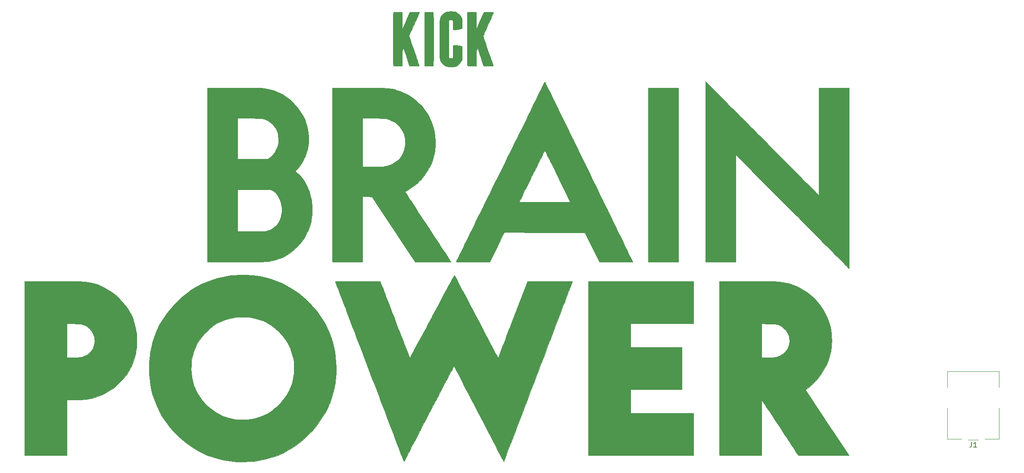
<source format=gbr>
G04 #@! TF.GenerationSoftware,KiCad,Pcbnew,(5.1.2)-2*
G04 #@! TF.CreationDate,2019-10-15T01:23:37+08:00*
G04 #@! TF.ProjectId,BrainPower,42726169-6e50-46f7-9765-722e6b696361,rev?*
G04 #@! TF.SameCoordinates,Original*
G04 #@! TF.FileFunction,Legend,Top*
G04 #@! TF.FilePolarity,Positive*
%FSLAX46Y46*%
G04 Gerber Fmt 4.6, Leading zero omitted, Abs format (unit mm)*
G04 Created by KiCad (PCBNEW (5.1.2)-2) date 2019-10-15 01:23:37*
%MOMM*%
%LPD*%
G04 APERTURE LIST*
%ADD10C,0.010000*%
%ADD11C,0.120000*%
%ADD12C,0.150000*%
G04 APERTURE END LIST*
D10*
G36*
X266795250Y192310036D02*
G01*
X269769167Y192299167D01*
X269769167Y158136167D01*
X266795250Y158125298D01*
X263821334Y158114428D01*
X263821334Y192320905D01*
X266795250Y192310036D01*
X266795250Y192310036D01*
G37*
X266795250Y192310036D02*
X269769167Y192299167D01*
X269769167Y158136167D01*
X266795250Y158125298D01*
X263821334Y158114428D01*
X263821334Y192320905D01*
X266795250Y192310036D01*
G36*
X243499356Y193469102D02*
G01*
X243555273Y193359288D01*
X243645426Y193179109D01*
X243768410Y192931446D01*
X243922819Y192619182D01*
X244107247Y192245197D01*
X244320287Y191812375D01*
X244560533Y191323597D01*
X244826579Y190781746D01*
X245117019Y190189704D01*
X245430447Y189550352D01*
X245765457Y188866573D01*
X246120643Y188141249D01*
X246494597Y187377262D01*
X246885915Y186577494D01*
X247293190Y185744827D01*
X247715016Y184882143D01*
X248149987Y183992325D01*
X248596696Y183078254D01*
X249053738Y182142812D01*
X249519706Y181188882D01*
X249993195Y180219345D01*
X250472797Y179237085D01*
X250957107Y178244982D01*
X251444720Y177245919D01*
X251934227Y176242778D01*
X252424224Y175238440D01*
X252913305Y174235789D01*
X253400063Y173237707D01*
X253883091Y172247074D01*
X254360985Y171266774D01*
X254832337Y170299688D01*
X255295742Y169348699D01*
X255749793Y168416688D01*
X256193085Y167506539D01*
X256624210Y166621131D01*
X257041764Y165763349D01*
X257444339Y164936074D01*
X257830530Y164142188D01*
X258198931Y163384572D01*
X258548135Y162666110D01*
X258876737Y161989684D01*
X259183329Y161358174D01*
X259466506Y160774464D01*
X259724862Y160241436D01*
X259956991Y159761971D01*
X260161487Y159338952D01*
X260336942Y158975260D01*
X260481952Y158673779D01*
X260595110Y158437389D01*
X260675010Y158268974D01*
X260720246Y158171414D01*
X260730578Y158146489D01*
X260689390Y158141548D01*
X260569995Y158137116D01*
X260378852Y158133234D01*
X260122419Y158129944D01*
X259807155Y158127289D01*
X259439519Y158125310D01*
X259025968Y158124050D01*
X258572961Y158123550D01*
X258086958Y158123852D01*
X257574416Y158124998D01*
X257472287Y158125322D01*
X254213575Y158136167D01*
X252803285Y161014833D01*
X251392995Y163893500D01*
X243452200Y163904194D01*
X235511404Y163914887D01*
X234068748Y161014944D01*
X232626093Y158115000D01*
X229338517Y158115000D01*
X228712092Y158115249D01*
X228165668Y158116046D01*
X227694580Y158117466D01*
X227294165Y158119585D01*
X226959759Y158122479D01*
X226686697Y158126223D01*
X226470315Y158130893D01*
X226305949Y158136564D01*
X226188935Y158143312D01*
X226114608Y158151213D01*
X226078305Y158160342D01*
X226073170Y158167917D01*
X226098995Y158222920D01*
X226160555Y158350373D01*
X226256432Y158547399D01*
X226385210Y158811118D01*
X226545470Y159138654D01*
X226735794Y159527129D01*
X226954766Y159973663D01*
X227200968Y160475380D01*
X227472982Y161029400D01*
X227769389Y161632847D01*
X228088774Y162282842D01*
X228429718Y162976507D01*
X228790804Y163710964D01*
X229170614Y164483335D01*
X229567730Y165290742D01*
X229980735Y166130307D01*
X230408211Y166999152D01*
X230848741Y167894399D01*
X231300906Y168813170D01*
X231763291Y169752587D01*
X231814406Y169856426D01*
X238421334Y169856426D01*
X238462799Y169854488D01*
X238583725Y169852622D01*
X238778904Y169850844D01*
X239043131Y169849170D01*
X239371199Y169847615D01*
X239757901Y169846195D01*
X240198031Y169844926D01*
X240686382Y169843823D01*
X241217749Y169842902D01*
X241786924Y169842178D01*
X242388701Y169841668D01*
X243017874Y169841386D01*
X243437834Y169841333D01*
X244081981Y169841614D01*
X244702108Y169842430D01*
X245293006Y169843748D01*
X245849471Y169845533D01*
X246366295Y169847748D01*
X246838272Y169850359D01*
X247260196Y169853332D01*
X247626860Y169856630D01*
X247933057Y169860218D01*
X248173582Y169864062D01*
X248343227Y169868125D01*
X248436787Y169872374D01*
X248454334Y169875210D01*
X248436167Y169921662D01*
X248383420Y170038107D01*
X248298720Y170219174D01*
X248184693Y170459495D01*
X248043966Y170753700D01*
X247879168Y171096419D01*
X247692925Y171482282D01*
X247487864Y171905921D01*
X247266612Y172361966D01*
X247031797Y172845047D01*
X246786046Y173349794D01*
X246531986Y173870839D01*
X246272245Y174402811D01*
X246009448Y174940342D01*
X245746225Y175478061D01*
X245485201Y176010598D01*
X245229004Y176532586D01*
X244980261Y177038653D01*
X244741600Y177523431D01*
X244515647Y177981550D01*
X244305030Y178407640D01*
X244112375Y178796332D01*
X243940311Y179142256D01*
X243791465Y179440043D01*
X243668462Y179684323D01*
X243573932Y179869727D01*
X243510500Y179990885D01*
X243480794Y180042428D01*
X243479034Y180043886D01*
X243457171Y180005016D01*
X243400473Y179895600D01*
X243311602Y179721001D01*
X243193221Y179486583D01*
X243047994Y179197710D01*
X242878583Y178859745D01*
X242687650Y178478052D01*
X242477859Y178057995D01*
X242251873Y177604937D01*
X242012354Y177124241D01*
X241761965Y176621272D01*
X241503370Y176101394D01*
X241239230Y175569968D01*
X240972209Y175032361D01*
X240704970Y174493934D01*
X240440175Y173960052D01*
X240180488Y173436079D01*
X239928570Y172927377D01*
X239687086Y172439312D01*
X239458698Y171977245D01*
X239246069Y171546541D01*
X239051861Y171152564D01*
X238878737Y170800677D01*
X238729361Y170496244D01*
X238606396Y170244629D01*
X238512503Y170051195D01*
X238450346Y169921305D01*
X238422588Y169860324D01*
X238421334Y169856426D01*
X231814406Y169856426D01*
X232234476Y170709772D01*
X232713044Y171681846D01*
X233197578Y172665932D01*
X233686661Y173659153D01*
X234178873Y174658628D01*
X234672799Y175661482D01*
X235167020Y176664835D01*
X235660118Y177665810D01*
X236150677Y178661529D01*
X236637278Y179649113D01*
X237118504Y180625685D01*
X237592938Y181588367D01*
X238059161Y182534280D01*
X238515756Y183460547D01*
X238961306Y184364289D01*
X239394393Y185242629D01*
X239813599Y186092688D01*
X240217506Y186911589D01*
X240604698Y187696453D01*
X240973757Y188444403D01*
X241323264Y189152560D01*
X241651803Y189818046D01*
X241957956Y190437984D01*
X242240305Y191009495D01*
X242497432Y191529702D01*
X242727920Y191995725D01*
X242930352Y192404688D01*
X243103310Y192753712D01*
X243245375Y193039920D01*
X243355132Y193260432D01*
X243431161Y193412372D01*
X243472046Y193492861D01*
X243479083Y193505667D01*
X243499356Y193469102D01*
X243499356Y193469102D01*
G37*
X243499356Y193469102D02*
X243555273Y193359288D01*
X243645426Y193179109D01*
X243768410Y192931446D01*
X243922819Y192619182D01*
X244107247Y192245197D01*
X244320287Y191812375D01*
X244560533Y191323597D01*
X244826579Y190781746D01*
X245117019Y190189704D01*
X245430447Y189550352D01*
X245765457Y188866573D01*
X246120643Y188141249D01*
X246494597Y187377262D01*
X246885915Y186577494D01*
X247293190Y185744827D01*
X247715016Y184882143D01*
X248149987Y183992325D01*
X248596696Y183078254D01*
X249053738Y182142812D01*
X249519706Y181188882D01*
X249993195Y180219345D01*
X250472797Y179237085D01*
X250957107Y178244982D01*
X251444720Y177245919D01*
X251934227Y176242778D01*
X252424224Y175238440D01*
X252913305Y174235789D01*
X253400063Y173237707D01*
X253883091Y172247074D01*
X254360985Y171266774D01*
X254832337Y170299688D01*
X255295742Y169348699D01*
X255749793Y168416688D01*
X256193085Y167506539D01*
X256624210Y166621131D01*
X257041764Y165763349D01*
X257444339Y164936074D01*
X257830530Y164142188D01*
X258198931Y163384572D01*
X258548135Y162666110D01*
X258876737Y161989684D01*
X259183329Y161358174D01*
X259466506Y160774464D01*
X259724862Y160241436D01*
X259956991Y159761971D01*
X260161487Y159338952D01*
X260336942Y158975260D01*
X260481952Y158673779D01*
X260595110Y158437389D01*
X260675010Y158268974D01*
X260720246Y158171414D01*
X260730578Y158146489D01*
X260689390Y158141548D01*
X260569995Y158137116D01*
X260378852Y158133234D01*
X260122419Y158129944D01*
X259807155Y158127289D01*
X259439519Y158125310D01*
X259025968Y158124050D01*
X258572961Y158123550D01*
X258086958Y158123852D01*
X257574416Y158124998D01*
X257472287Y158125322D01*
X254213575Y158136167D01*
X252803285Y161014833D01*
X251392995Y163893500D01*
X243452200Y163904194D01*
X235511404Y163914887D01*
X234068748Y161014944D01*
X232626093Y158115000D01*
X229338517Y158115000D01*
X228712092Y158115249D01*
X228165668Y158116046D01*
X227694580Y158117466D01*
X227294165Y158119585D01*
X226959759Y158122479D01*
X226686697Y158126223D01*
X226470315Y158130893D01*
X226305949Y158136564D01*
X226188935Y158143312D01*
X226114608Y158151213D01*
X226078305Y158160342D01*
X226073170Y158167917D01*
X226098995Y158222920D01*
X226160555Y158350373D01*
X226256432Y158547399D01*
X226385210Y158811118D01*
X226545470Y159138654D01*
X226735794Y159527129D01*
X226954766Y159973663D01*
X227200968Y160475380D01*
X227472982Y161029400D01*
X227769389Y161632847D01*
X228088774Y162282842D01*
X228429718Y162976507D01*
X228790804Y163710964D01*
X229170614Y164483335D01*
X229567730Y165290742D01*
X229980735Y166130307D01*
X230408211Y166999152D01*
X230848741Y167894399D01*
X231300906Y168813170D01*
X231763291Y169752587D01*
X231814406Y169856426D01*
X238421334Y169856426D01*
X238462799Y169854488D01*
X238583725Y169852622D01*
X238778904Y169850844D01*
X239043131Y169849170D01*
X239371199Y169847615D01*
X239757901Y169846195D01*
X240198031Y169844926D01*
X240686382Y169843823D01*
X241217749Y169842902D01*
X241786924Y169842178D01*
X242388701Y169841668D01*
X243017874Y169841386D01*
X243437834Y169841333D01*
X244081981Y169841614D01*
X244702108Y169842430D01*
X245293006Y169843748D01*
X245849471Y169845533D01*
X246366295Y169847748D01*
X246838272Y169850359D01*
X247260196Y169853332D01*
X247626860Y169856630D01*
X247933057Y169860218D01*
X248173582Y169864062D01*
X248343227Y169868125D01*
X248436787Y169872374D01*
X248454334Y169875210D01*
X248436167Y169921662D01*
X248383420Y170038107D01*
X248298720Y170219174D01*
X248184693Y170459495D01*
X248043966Y170753700D01*
X247879168Y171096419D01*
X247692925Y171482282D01*
X247487864Y171905921D01*
X247266612Y172361966D01*
X247031797Y172845047D01*
X246786046Y173349794D01*
X246531986Y173870839D01*
X246272245Y174402811D01*
X246009448Y174940342D01*
X245746225Y175478061D01*
X245485201Y176010598D01*
X245229004Y176532586D01*
X244980261Y177038653D01*
X244741600Y177523431D01*
X244515647Y177981550D01*
X244305030Y178407640D01*
X244112375Y178796332D01*
X243940311Y179142256D01*
X243791465Y179440043D01*
X243668462Y179684323D01*
X243573932Y179869727D01*
X243510500Y179990885D01*
X243480794Y180042428D01*
X243479034Y180043886D01*
X243457171Y180005016D01*
X243400473Y179895600D01*
X243311602Y179721001D01*
X243193221Y179486583D01*
X243047994Y179197710D01*
X242878583Y178859745D01*
X242687650Y178478052D01*
X242477859Y178057995D01*
X242251873Y177604937D01*
X242012354Y177124241D01*
X241761965Y176621272D01*
X241503370Y176101394D01*
X241239230Y175569968D01*
X240972209Y175032361D01*
X240704970Y174493934D01*
X240440175Y173960052D01*
X240180488Y173436079D01*
X239928570Y172927377D01*
X239687086Y172439312D01*
X239458698Y171977245D01*
X239246069Y171546541D01*
X239051861Y171152564D01*
X238878737Y170800677D01*
X238729361Y170496244D01*
X238606396Y170244629D01*
X238512503Y170051195D01*
X238450346Y169921305D01*
X238422588Y169860324D01*
X238421334Y169856426D01*
X231814406Y169856426D01*
X232234476Y170709772D01*
X232713044Y171681846D01*
X233197578Y172665932D01*
X233686661Y173659153D01*
X234178873Y174658628D01*
X234672799Y175661482D01*
X235167020Y176664835D01*
X235660118Y177665810D01*
X236150677Y178661529D01*
X236637278Y179649113D01*
X237118504Y180625685D01*
X237592938Y181588367D01*
X238059161Y182534280D01*
X238515756Y183460547D01*
X238961306Y184364289D01*
X239394393Y185242629D01*
X239813599Y186092688D01*
X240217506Y186911589D01*
X240604698Y187696453D01*
X240973757Y188444403D01*
X241323264Y189152560D01*
X241651803Y189818046D01*
X241957956Y190437984D01*
X242240305Y191009495D01*
X242497432Y191529702D01*
X242727920Y191995725D01*
X242930352Y192404688D01*
X243103310Y192753712D01*
X243245375Y193039920D01*
X243355132Y193260432D01*
X243431161Y193412372D01*
X243472046Y193492861D01*
X243479083Y193505667D01*
X243499356Y193469102D01*
G36*
X209553180Y192313900D02*
G01*
X210121131Y192311221D01*
X210629739Y192306754D01*
X211084069Y192300252D01*
X211489187Y192291467D01*
X211850156Y192280153D01*
X212172041Y192266062D01*
X212459907Y192248946D01*
X212718818Y192228559D01*
X212953838Y192204654D01*
X213170033Y192176982D01*
X213372467Y192145297D01*
X213566204Y192109352D01*
X213756308Y192068899D01*
X213947846Y192023691D01*
X214145880Y191973480D01*
X214289642Y191935607D01*
X215112146Y191673567D01*
X215913567Y191333432D01*
X216688361Y190920338D01*
X217430984Y190439418D01*
X218135892Y189895806D01*
X218797542Y189294638D01*
X219410388Y188641046D01*
X219968889Y187940166D01*
X220467499Y187197131D01*
X220900674Y186417076D01*
X221262871Y185605135D01*
X221337829Y185408246D01*
X221600003Y184582293D01*
X221795628Y183716041D01*
X221923723Y182822757D01*
X221983306Y181915709D01*
X221973395Y181008164D01*
X221893010Y180113389D01*
X221780147Y179429833D01*
X221561871Y178543224D01*
X221269499Y177682458D01*
X220907006Y176852898D01*
X220478363Y176059904D01*
X219987545Y175308839D01*
X219438523Y174605064D01*
X218835271Y173953940D01*
X218181761Y173360829D01*
X217481967Y172831092D01*
X216739861Y172370091D01*
X216424601Y172202352D01*
X216253509Y172111561D01*
X216116313Y172030972D01*
X216027313Y171969540D01*
X216000517Y171936833D01*
X216025062Y171897721D01*
X216093896Y171791306D01*
X216204773Y171621014D01*
X216355444Y171390271D01*
X216543663Y171102504D01*
X216767183Y170761140D01*
X217023755Y170369605D01*
X217311132Y169931325D01*
X217627068Y169449728D01*
X217969314Y168928239D01*
X218335623Y168370286D01*
X218723747Y167779294D01*
X219131440Y167158691D01*
X219556454Y166511902D01*
X219996541Y165842354D01*
X220449454Y165153474D01*
X220530348Y165030452D01*
X220985066Y164338819D01*
X221427203Y163666065D01*
X221854522Y163015606D01*
X222264786Y162390856D01*
X222655756Y161795232D01*
X223025197Y161232148D01*
X223370870Y160705019D01*
X223690539Y160217260D01*
X223981965Y159772287D01*
X224242913Y159373514D01*
X224471143Y159024357D01*
X224664420Y158728230D01*
X224820505Y158488549D01*
X224937162Y158308729D01*
X225012152Y158192185D01*
X225043240Y158142333D01*
X225044000Y158140702D01*
X225002701Y158136782D01*
X224882942Y158133043D01*
X224690929Y158129532D01*
X224432868Y158126293D01*
X224114967Y158123372D01*
X223743430Y158120813D01*
X223324464Y158118663D01*
X222864277Y158116966D01*
X222369073Y158115768D01*
X221845059Y158115113D01*
X221513679Y158115000D01*
X217983357Y158115000D01*
X209571167Y170937710D01*
X208629250Y170939855D01*
X207687334Y170942000D01*
X207687334Y158115000D01*
X204722672Y158115000D01*
X204125957Y158115296D01*
X203609009Y158116242D01*
X203166929Y158117924D01*
X202794820Y158120429D01*
X202487784Y158123844D01*
X202240922Y158128257D01*
X202049336Y158133753D01*
X201908129Y158140420D01*
X201812401Y158148344D01*
X201757256Y158157613D01*
X201737926Y158167917D01*
X201736542Y158213524D01*
X201735236Y158340962D01*
X201734008Y158547392D01*
X201732862Y158829979D01*
X201731798Y159185886D01*
X201730817Y159612276D01*
X201729922Y160106313D01*
X201729113Y160665159D01*
X201728393Y161285978D01*
X201727763Y161965934D01*
X201727224Y162702189D01*
X201726778Y163491906D01*
X201726426Y164332250D01*
X201726170Y165220384D01*
X201726012Y166153470D01*
X201725954Y167128672D01*
X201725995Y168143154D01*
X201726139Y169194078D01*
X201726387Y170278608D01*
X201726739Y171393908D01*
X201727199Y172537140D01*
X201727767Y173705467D01*
X201728444Y174896054D01*
X201728671Y175260000D01*
X201735719Y186351333D01*
X207687334Y186351333D01*
X207687334Y176826333D01*
X209566681Y176826333D01*
X209976177Y176827342D01*
X210374910Y176830224D01*
X210751586Y176834763D01*
X211094909Y176840745D01*
X211393584Y176847954D01*
X211636315Y176856175D01*
X211811807Y176865192D01*
X211874900Y176870344D01*
X212491796Y176974602D01*
X213077866Y177154738D01*
X213627851Y177405915D01*
X214136493Y177723298D01*
X214598532Y178102049D01*
X215008712Y178537333D01*
X215361772Y179024315D01*
X215652456Y179558157D01*
X215875505Y180134023D01*
X216012428Y180675658D01*
X216055333Y180986700D01*
X216077944Y181348981D01*
X216080295Y181731548D01*
X216062416Y182103451D01*
X216024341Y182433736D01*
X216010516Y182512208D01*
X215854026Y183108250D01*
X215622989Y183675121D01*
X215323318Y184205973D01*
X214960926Y184693958D01*
X214541726Y185132228D01*
X214071629Y185513935D01*
X213556550Y185832232D01*
X213002400Y186080270D01*
X212897756Y186117336D01*
X212746372Y186167543D01*
X212605751Y186210026D01*
X212467387Y186245426D01*
X212322774Y186274387D01*
X212163409Y186297551D01*
X211980786Y186315559D01*
X211766399Y186329054D01*
X211511744Y186338679D01*
X211208316Y186345076D01*
X210847610Y186348887D01*
X210421120Y186350754D01*
X209920342Y186351320D01*
X209799324Y186351333D01*
X207687334Y186351333D01*
X201735719Y186351333D01*
X201739500Y192299167D01*
X206586667Y192311682D01*
X207442631Y192313682D01*
X208218995Y192314883D01*
X208920823Y192315038D01*
X209553180Y192313900D01*
X209553180Y192313900D01*
G37*
X209553180Y192313900D02*
X210121131Y192311221D01*
X210629739Y192306754D01*
X211084069Y192300252D01*
X211489187Y192291467D01*
X211850156Y192280153D01*
X212172041Y192266062D01*
X212459907Y192248946D01*
X212718818Y192228559D01*
X212953838Y192204654D01*
X213170033Y192176982D01*
X213372467Y192145297D01*
X213566204Y192109352D01*
X213756308Y192068899D01*
X213947846Y192023691D01*
X214145880Y191973480D01*
X214289642Y191935607D01*
X215112146Y191673567D01*
X215913567Y191333432D01*
X216688361Y190920338D01*
X217430984Y190439418D01*
X218135892Y189895806D01*
X218797542Y189294638D01*
X219410388Y188641046D01*
X219968889Y187940166D01*
X220467499Y187197131D01*
X220900674Y186417076D01*
X221262871Y185605135D01*
X221337829Y185408246D01*
X221600003Y184582293D01*
X221795628Y183716041D01*
X221923723Y182822757D01*
X221983306Y181915709D01*
X221973395Y181008164D01*
X221893010Y180113389D01*
X221780147Y179429833D01*
X221561871Y178543224D01*
X221269499Y177682458D01*
X220907006Y176852898D01*
X220478363Y176059904D01*
X219987545Y175308839D01*
X219438523Y174605064D01*
X218835271Y173953940D01*
X218181761Y173360829D01*
X217481967Y172831092D01*
X216739861Y172370091D01*
X216424601Y172202352D01*
X216253509Y172111561D01*
X216116313Y172030972D01*
X216027313Y171969540D01*
X216000517Y171936833D01*
X216025062Y171897721D01*
X216093896Y171791306D01*
X216204773Y171621014D01*
X216355444Y171390271D01*
X216543663Y171102504D01*
X216767183Y170761140D01*
X217023755Y170369605D01*
X217311132Y169931325D01*
X217627068Y169449728D01*
X217969314Y168928239D01*
X218335623Y168370286D01*
X218723747Y167779294D01*
X219131440Y167158691D01*
X219556454Y166511902D01*
X219996541Y165842354D01*
X220449454Y165153474D01*
X220530348Y165030452D01*
X220985066Y164338819D01*
X221427203Y163666065D01*
X221854522Y163015606D01*
X222264786Y162390856D01*
X222655756Y161795232D01*
X223025197Y161232148D01*
X223370870Y160705019D01*
X223690539Y160217260D01*
X223981965Y159772287D01*
X224242913Y159373514D01*
X224471143Y159024357D01*
X224664420Y158728230D01*
X224820505Y158488549D01*
X224937162Y158308729D01*
X225012152Y158192185D01*
X225043240Y158142333D01*
X225044000Y158140702D01*
X225002701Y158136782D01*
X224882942Y158133043D01*
X224690929Y158129532D01*
X224432868Y158126293D01*
X224114967Y158123372D01*
X223743430Y158120813D01*
X223324464Y158118663D01*
X222864277Y158116966D01*
X222369073Y158115768D01*
X221845059Y158115113D01*
X221513679Y158115000D01*
X217983357Y158115000D01*
X209571167Y170937710D01*
X208629250Y170939855D01*
X207687334Y170942000D01*
X207687334Y158115000D01*
X204722672Y158115000D01*
X204125957Y158115296D01*
X203609009Y158116242D01*
X203166929Y158117924D01*
X202794820Y158120429D01*
X202487784Y158123844D01*
X202240922Y158128257D01*
X202049336Y158133753D01*
X201908129Y158140420D01*
X201812401Y158148344D01*
X201757256Y158157613D01*
X201737926Y158167917D01*
X201736542Y158213524D01*
X201735236Y158340962D01*
X201734008Y158547392D01*
X201732862Y158829979D01*
X201731798Y159185886D01*
X201730817Y159612276D01*
X201729922Y160106313D01*
X201729113Y160665159D01*
X201728393Y161285978D01*
X201727763Y161965934D01*
X201727224Y162702189D01*
X201726778Y163491906D01*
X201726426Y164332250D01*
X201726170Y165220384D01*
X201726012Y166153470D01*
X201725954Y167128672D01*
X201725995Y168143154D01*
X201726139Y169194078D01*
X201726387Y170278608D01*
X201726739Y171393908D01*
X201727199Y172537140D01*
X201727767Y173705467D01*
X201728444Y174896054D01*
X201728671Y175260000D01*
X201735719Y186351333D01*
X207687334Y186351333D01*
X207687334Y176826333D01*
X209566681Y176826333D01*
X209976177Y176827342D01*
X210374910Y176830224D01*
X210751586Y176834763D01*
X211094909Y176840745D01*
X211393584Y176847954D01*
X211636315Y176856175D01*
X211811807Y176865192D01*
X211874900Y176870344D01*
X212491796Y176974602D01*
X213077866Y177154738D01*
X213627851Y177405915D01*
X214136493Y177723298D01*
X214598532Y178102049D01*
X215008712Y178537333D01*
X215361772Y179024315D01*
X215652456Y179558157D01*
X215875505Y180134023D01*
X216012428Y180675658D01*
X216055333Y180986700D01*
X216077944Y181348981D01*
X216080295Y181731548D01*
X216062416Y182103451D01*
X216024341Y182433736D01*
X216010516Y182512208D01*
X215854026Y183108250D01*
X215622989Y183675121D01*
X215323318Y184205973D01*
X214960926Y184693958D01*
X214541726Y185132228D01*
X214071629Y185513935D01*
X213556550Y185832232D01*
X213002400Y186080270D01*
X212897756Y186117336D01*
X212746372Y186167543D01*
X212605751Y186210026D01*
X212467387Y186245426D01*
X212322774Y186274387D01*
X212163409Y186297551D01*
X211980786Y186315559D01*
X211766399Y186329054D01*
X211511744Y186338679D01*
X211208316Y186345076D01*
X210847610Y186348887D01*
X210421120Y186350754D01*
X209920342Y186351320D01*
X209799324Y186351333D01*
X207687334Y186351333D01*
X201735719Y186351333D01*
X201739500Y192299167D01*
X206586667Y192311682D01*
X207442631Y192313682D01*
X208218995Y192314883D01*
X208920823Y192315038D01*
X209553180Y192313900D01*
G36*
X182234417Y192320231D02*
G01*
X182990685Y192319842D01*
X183710101Y192318732D01*
X184388207Y192316932D01*
X185020542Y192314478D01*
X185602647Y192311404D01*
X186130062Y192307743D01*
X186598327Y192303530D01*
X187002983Y192298798D01*
X187339569Y192293582D01*
X187603626Y192287915D01*
X187790695Y192281832D01*
X187875334Y192277204D01*
X188776764Y192172743D01*
X189636878Y191996964D01*
X190459041Y191748253D01*
X191246619Y191424998D01*
X192002976Y191025585D01*
X192731480Y190548400D01*
X193435496Y189991830D01*
X194118389Y189354263D01*
X194246500Y189223347D01*
X194877847Y188512788D01*
X195430456Y187771103D01*
X195904328Y186998289D01*
X196299464Y186194348D01*
X196615863Y185359277D01*
X196853527Y184493075D01*
X197012455Y183595743D01*
X197092648Y182667278D01*
X197103225Y182160593D01*
X197088776Y181596324D01*
X197043910Y181073824D01*
X196964381Y180574062D01*
X196845941Y180078006D01*
X196684343Y179566626D01*
X196475341Y179020890D01*
X196322596Y178662626D01*
X195952918Y177907299D01*
X195540230Y177223154D01*
X195085215Y176611256D01*
X194796974Y176284337D01*
X194482605Y175950161D01*
X194845794Y175658069D01*
X195354625Y175195795D01*
X195821542Y174662608D01*
X196244804Y174062125D01*
X196622670Y173397962D01*
X196953398Y172673736D01*
X197235246Y171893064D01*
X197466474Y171059562D01*
X197645340Y170176846D01*
X197717931Y169693167D01*
X197751519Y169359497D01*
X197773801Y168965889D01*
X197784772Y168536314D01*
X197784424Y168094743D01*
X197772751Y167665147D01*
X197749746Y167271497D01*
X197718692Y166962667D01*
X197559008Y166040250D01*
X197322871Y165154066D01*
X197010485Y164304553D01*
X196622055Y163492150D01*
X196157788Y162717296D01*
X195617887Y161980430D01*
X195124134Y161410502D01*
X194489990Y160768606D01*
X193854017Y160206632D01*
X193207933Y159720083D01*
X192543454Y159304463D01*
X191852297Y158955272D01*
X191126177Y158668015D01*
X190356813Y158438193D01*
X189535919Y158261309D01*
X189230000Y158210314D01*
X189158911Y158200451D01*
X189076226Y158191509D01*
X188977531Y158183429D01*
X188858409Y158176152D01*
X188714446Y158169618D01*
X188541227Y158163768D01*
X188334335Y158158544D01*
X188089356Y158153885D01*
X187801874Y158149732D01*
X187467475Y158146027D01*
X187081741Y158142710D01*
X186640259Y158139722D01*
X186138613Y158137003D01*
X185572388Y158134494D01*
X184937168Y158132137D01*
X184228538Y158129872D01*
X183442083Y158127639D01*
X182975250Y158126404D01*
X177165000Y158111359D01*
X177165000Y164084000D01*
X183091667Y164084000D01*
X185708559Y164084000D01*
X186294137Y164084760D01*
X186822586Y164087000D01*
X187289992Y164090659D01*
X187692444Y164095676D01*
X188026028Y164101991D01*
X188286832Y164109542D01*
X188470943Y164118270D01*
X188574449Y164128114D01*
X188576642Y164128492D01*
X189127977Y164267576D01*
X189642729Y164480565D01*
X190116116Y164762896D01*
X190543354Y165110004D01*
X190919658Y165517327D01*
X191240247Y165980301D01*
X191500336Y166494362D01*
X191695142Y167054948D01*
X191712640Y167120259D01*
X191789283Y167505424D01*
X191835794Y167937601D01*
X191850841Y168384180D01*
X191833090Y168812555D01*
X191794418Y169120012D01*
X191679828Y169630408D01*
X191519695Y170124304D01*
X191319920Y170591879D01*
X191086403Y171023316D01*
X190825047Y171408793D01*
X190541752Y171738491D01*
X190242419Y172002591D01*
X189955179Y172180548D01*
X189676345Y172317833D01*
X186384006Y172329177D01*
X183091667Y172340520D01*
X183091667Y164084000D01*
X177165000Y164084000D01*
X177165000Y186351333D01*
X183091667Y186351333D01*
X183091667Y178305768D01*
X186024190Y178317467D01*
X188956712Y178329167D01*
X189240420Y178468860D01*
X189569900Y178673196D01*
X189887523Y178950650D01*
X190186097Y179289804D01*
X190458433Y179679238D01*
X190697340Y180107533D01*
X190895628Y180563269D01*
X191046106Y181035028D01*
X191137320Y181481399D01*
X191164796Y181784325D01*
X191170009Y182137388D01*
X191154465Y182509467D01*
X191119675Y182869438D01*
X191067145Y183186179D01*
X191051358Y183255204D01*
X190877523Y183807371D01*
X190638242Y184322764D01*
X190339434Y184794277D01*
X189987020Y185214803D01*
X189586920Y185577238D01*
X189145053Y185874474D01*
X188688496Y186091334D01*
X188546609Y186144711D01*
X188413995Y186190253D01*
X188282751Y186228580D01*
X188144977Y186260311D01*
X187992771Y186286066D01*
X187818231Y186306465D01*
X187613455Y186322127D01*
X187370543Y186333673D01*
X187081593Y186341721D01*
X186738703Y186346891D01*
X186333972Y186349803D01*
X185859498Y186351076D01*
X185372990Y186351334D01*
X183091667Y186351333D01*
X177165000Y186351333D01*
X177165000Y192320333D01*
X182234417Y192320231D01*
X182234417Y192320231D01*
G37*
X182234417Y192320231D02*
X182990685Y192319842D01*
X183710101Y192318732D01*
X184388207Y192316932D01*
X185020542Y192314478D01*
X185602647Y192311404D01*
X186130062Y192307743D01*
X186598327Y192303530D01*
X187002983Y192298798D01*
X187339569Y192293582D01*
X187603626Y192287915D01*
X187790695Y192281832D01*
X187875334Y192277204D01*
X188776764Y192172743D01*
X189636878Y191996964D01*
X190459041Y191748253D01*
X191246619Y191424998D01*
X192002976Y191025585D01*
X192731480Y190548400D01*
X193435496Y189991830D01*
X194118389Y189354263D01*
X194246500Y189223347D01*
X194877847Y188512788D01*
X195430456Y187771103D01*
X195904328Y186998289D01*
X196299464Y186194348D01*
X196615863Y185359277D01*
X196853527Y184493075D01*
X197012455Y183595743D01*
X197092648Y182667278D01*
X197103225Y182160593D01*
X197088776Y181596324D01*
X197043910Y181073824D01*
X196964381Y180574062D01*
X196845941Y180078006D01*
X196684343Y179566626D01*
X196475341Y179020890D01*
X196322596Y178662626D01*
X195952918Y177907299D01*
X195540230Y177223154D01*
X195085215Y176611256D01*
X194796974Y176284337D01*
X194482605Y175950161D01*
X194845794Y175658069D01*
X195354625Y175195795D01*
X195821542Y174662608D01*
X196244804Y174062125D01*
X196622670Y173397962D01*
X196953398Y172673736D01*
X197235246Y171893064D01*
X197466474Y171059562D01*
X197645340Y170176846D01*
X197717931Y169693167D01*
X197751519Y169359497D01*
X197773801Y168965889D01*
X197784772Y168536314D01*
X197784424Y168094743D01*
X197772751Y167665147D01*
X197749746Y167271497D01*
X197718692Y166962667D01*
X197559008Y166040250D01*
X197322871Y165154066D01*
X197010485Y164304553D01*
X196622055Y163492150D01*
X196157788Y162717296D01*
X195617887Y161980430D01*
X195124134Y161410502D01*
X194489990Y160768606D01*
X193854017Y160206632D01*
X193207933Y159720083D01*
X192543454Y159304463D01*
X191852297Y158955272D01*
X191126177Y158668015D01*
X190356813Y158438193D01*
X189535919Y158261309D01*
X189230000Y158210314D01*
X189158911Y158200451D01*
X189076226Y158191509D01*
X188977531Y158183429D01*
X188858409Y158176152D01*
X188714446Y158169618D01*
X188541227Y158163768D01*
X188334335Y158158544D01*
X188089356Y158153885D01*
X187801874Y158149732D01*
X187467475Y158146027D01*
X187081741Y158142710D01*
X186640259Y158139722D01*
X186138613Y158137003D01*
X185572388Y158134494D01*
X184937168Y158132137D01*
X184228538Y158129872D01*
X183442083Y158127639D01*
X182975250Y158126404D01*
X177165000Y158111359D01*
X177165000Y164084000D01*
X183091667Y164084000D01*
X185708559Y164084000D01*
X186294137Y164084760D01*
X186822586Y164087000D01*
X187289992Y164090659D01*
X187692444Y164095676D01*
X188026028Y164101991D01*
X188286832Y164109542D01*
X188470943Y164118270D01*
X188574449Y164128114D01*
X188576642Y164128492D01*
X189127977Y164267576D01*
X189642729Y164480565D01*
X190116116Y164762896D01*
X190543354Y165110004D01*
X190919658Y165517327D01*
X191240247Y165980301D01*
X191500336Y166494362D01*
X191695142Y167054948D01*
X191712640Y167120259D01*
X191789283Y167505424D01*
X191835794Y167937601D01*
X191850841Y168384180D01*
X191833090Y168812555D01*
X191794418Y169120012D01*
X191679828Y169630408D01*
X191519695Y170124304D01*
X191319920Y170591879D01*
X191086403Y171023316D01*
X190825047Y171408793D01*
X190541752Y171738491D01*
X190242419Y172002591D01*
X189955179Y172180548D01*
X189676345Y172317833D01*
X186384006Y172329177D01*
X183091667Y172340520D01*
X183091667Y164084000D01*
X177165000Y164084000D01*
X177165000Y186351333D01*
X183091667Y186351333D01*
X183091667Y178305768D01*
X186024190Y178317467D01*
X188956712Y178329167D01*
X189240420Y178468860D01*
X189569900Y178673196D01*
X189887523Y178950650D01*
X190186097Y179289804D01*
X190458433Y179679238D01*
X190697340Y180107533D01*
X190895628Y180563269D01*
X191046106Y181035028D01*
X191137320Y181481399D01*
X191164796Y181784325D01*
X191170009Y182137388D01*
X191154465Y182509467D01*
X191119675Y182869438D01*
X191067145Y183186179D01*
X191051358Y183255204D01*
X190877523Y183807371D01*
X190638242Y184322764D01*
X190339434Y184794277D01*
X189987020Y185214803D01*
X189586920Y185577238D01*
X189145053Y185874474D01*
X188688496Y186091334D01*
X188546609Y186144711D01*
X188413995Y186190253D01*
X188282751Y186228580D01*
X188144977Y186260311D01*
X187992771Y186286066D01*
X187818231Y186306465D01*
X187613455Y186322127D01*
X187370543Y186333673D01*
X187081593Y186341721D01*
X186738703Y186346891D01*
X186333972Y186349803D01*
X185859498Y186351076D01*
X185372990Y186351334D01*
X183091667Y186351333D01*
X177165000Y186351333D01*
X177165000Y192320333D01*
X182234417Y192320231D01*
G36*
X277427004Y191219619D02*
G01*
X277656809Y190989246D01*
X277943051Y190702075D01*
X278282485Y190361366D01*
X278671869Y189970378D01*
X279107959Y189532372D01*
X279587514Y189050606D01*
X280107289Y188528342D01*
X280664043Y187968839D01*
X281254532Y187375356D01*
X281875513Y186751153D01*
X282523743Y186099491D01*
X283195980Y185423628D01*
X283888981Y184726825D01*
X284599502Y184012341D01*
X285324301Y183283437D01*
X286060135Y182543372D01*
X286803760Y181795405D01*
X287551935Y181042797D01*
X288301416Y180288807D01*
X288524037Y180064833D01*
X289243129Y179341438D01*
X289946854Y178633653D01*
X290632867Y177943831D01*
X291298823Y177274325D01*
X291942375Y176627490D01*
X292561180Y176005678D01*
X293152892Y175411242D01*
X293715167Y174846537D01*
X294245658Y174313914D01*
X294742021Y173815729D01*
X295201910Y173354333D01*
X295622982Y172932081D01*
X296002890Y172551325D01*
X296339289Y172214419D01*
X296629834Y171923716D01*
X296872181Y171681570D01*
X297063984Y171490334D01*
X297202897Y171352361D01*
X297286577Y171270005D01*
X297312700Y171245389D01*
X297316063Y171285850D01*
X297319333Y171407614D01*
X297322497Y171607318D01*
X297325543Y171881600D01*
X297328461Y172227095D01*
X297331238Y172640441D01*
X297333863Y173118275D01*
X297336323Y173657233D01*
X297338608Y174253953D01*
X297340705Y174905070D01*
X297342604Y175607223D01*
X297344291Y176357047D01*
X297345756Y177151179D01*
X297346986Y177986257D01*
X297347971Y178858918D01*
X297348698Y179765797D01*
X297349155Y180703532D01*
X297349332Y181668759D01*
X297349334Y181775806D01*
X297349334Y192320333D01*
X303233667Y192320333D01*
X303233667Y174582667D01*
X303233642Y173362007D01*
X303233568Y172162949D01*
X303233447Y170988261D01*
X303233280Y169840711D01*
X303233070Y168723066D01*
X303232817Y167638096D01*
X303232524Y166588566D01*
X303232191Y165577247D01*
X303231822Y164606904D01*
X303231416Y163680307D01*
X303230977Y162800224D01*
X303230506Y161969422D01*
X303230003Y161190669D01*
X303229472Y160466733D01*
X303228913Y159800382D01*
X303228329Y159194384D01*
X303227720Y158651507D01*
X303227089Y158174519D01*
X303226437Y157766188D01*
X303225766Y157429282D01*
X303225078Y157166568D01*
X303224374Y156980816D01*
X303223656Y156874791D01*
X303223084Y156849221D01*
X303192806Y156879208D01*
X303104914Y156967160D01*
X302961481Y157110991D01*
X302764579Y157308618D01*
X302516283Y157557956D01*
X302218664Y157856920D01*
X301873798Y158203428D01*
X301483756Y158595393D01*
X301050612Y159030733D01*
X300576439Y159507362D01*
X300063311Y160023197D01*
X299513300Y160576153D01*
X298928481Y161164146D01*
X298310925Y161785091D01*
X297662707Y162436905D01*
X296985899Y163117502D01*
X296282576Y163824799D01*
X295554809Y164556712D01*
X294804673Y165311156D01*
X294034240Y166086046D01*
X293245585Y166879299D01*
X292440779Y167688831D01*
X292100000Y168031621D01*
X280987500Y179209799D01*
X280976833Y168662400D01*
X280966166Y158115000D01*
X275082000Y158115000D01*
X275082000Y193569072D01*
X277427004Y191219619D01*
X277427004Y191219619D01*
G37*
X277427004Y191219619D02*
X277656809Y190989246D01*
X277943051Y190702075D01*
X278282485Y190361366D01*
X278671869Y189970378D01*
X279107959Y189532372D01*
X279587514Y189050606D01*
X280107289Y188528342D01*
X280664043Y187968839D01*
X281254532Y187375356D01*
X281875513Y186751153D01*
X282523743Y186099491D01*
X283195980Y185423628D01*
X283888981Y184726825D01*
X284599502Y184012341D01*
X285324301Y183283437D01*
X286060135Y182543372D01*
X286803760Y181795405D01*
X287551935Y181042797D01*
X288301416Y180288807D01*
X288524037Y180064833D01*
X289243129Y179341438D01*
X289946854Y178633653D01*
X290632867Y177943831D01*
X291298823Y177274325D01*
X291942375Y176627490D01*
X292561180Y176005678D01*
X293152892Y175411242D01*
X293715167Y174846537D01*
X294245658Y174313914D01*
X294742021Y173815729D01*
X295201910Y173354333D01*
X295622982Y172932081D01*
X296002890Y172551325D01*
X296339289Y172214419D01*
X296629834Y171923716D01*
X296872181Y171681570D01*
X297063984Y171490334D01*
X297202897Y171352361D01*
X297286577Y171270005D01*
X297312700Y171245389D01*
X297316063Y171285850D01*
X297319333Y171407614D01*
X297322497Y171607318D01*
X297325543Y171881600D01*
X297328461Y172227095D01*
X297331238Y172640441D01*
X297333863Y173118275D01*
X297336323Y173657233D01*
X297338608Y174253953D01*
X297340705Y174905070D01*
X297342604Y175607223D01*
X297344291Y176357047D01*
X297345756Y177151179D01*
X297346986Y177986257D01*
X297347971Y178858918D01*
X297348698Y179765797D01*
X297349155Y180703532D01*
X297349332Y181668759D01*
X297349334Y181775806D01*
X297349334Y192320333D01*
X303233667Y192320333D01*
X303233667Y174582667D01*
X303233642Y173362007D01*
X303233568Y172162949D01*
X303233447Y170988261D01*
X303233280Y169840711D01*
X303233070Y168723066D01*
X303232817Y167638096D01*
X303232524Y166588566D01*
X303232191Y165577247D01*
X303231822Y164606904D01*
X303231416Y163680307D01*
X303230977Y162800224D01*
X303230506Y161969422D01*
X303230003Y161190669D01*
X303229472Y160466733D01*
X303228913Y159800382D01*
X303228329Y159194384D01*
X303227720Y158651507D01*
X303227089Y158174519D01*
X303226437Y157766188D01*
X303225766Y157429282D01*
X303225078Y157166568D01*
X303224374Y156980816D01*
X303223656Y156874791D01*
X303223084Y156849221D01*
X303192806Y156879208D01*
X303104914Y156967160D01*
X302961481Y157110991D01*
X302764579Y157308618D01*
X302516283Y157557956D01*
X302218664Y157856920D01*
X301873798Y158203428D01*
X301483756Y158595393D01*
X301050612Y159030733D01*
X300576439Y159507362D01*
X300063311Y160023197D01*
X299513300Y160576153D01*
X298928481Y161164146D01*
X298310925Y161785091D01*
X297662707Y162436905D01*
X296985899Y163117502D01*
X296282576Y163824799D01*
X295554809Y164556712D01*
X294804673Y165311156D01*
X294034240Y166086046D01*
X293245585Y166879299D01*
X292440779Y167688831D01*
X292100000Y168031621D01*
X280987500Y179209799D01*
X280976833Y168662400D01*
X280966166Y158115000D01*
X275082000Y158115000D01*
X275082000Y193569072D01*
X277427004Y191219619D01*
G36*
X284298674Y154283663D02*
G01*
X285073816Y154283126D01*
X285772225Y154282188D01*
X286397869Y154280811D01*
X286954713Y154278959D01*
X287446726Y154276597D01*
X287877874Y154273687D01*
X288252124Y154270194D01*
X288573442Y154266081D01*
X288845796Y154261313D01*
X289073151Y154255852D01*
X289259476Y154249662D01*
X289408737Y154242708D01*
X289524900Y154234952D01*
X289602334Y154227501D01*
X290588956Y154074034D01*
X291535806Y153846205D01*
X292444332Y153543307D01*
X293315986Y153164631D01*
X294152216Y152709470D01*
X294954473Y152177117D01*
X295724205Y151566863D01*
X296460832Y150880047D01*
X296986848Y150325668D01*
X297446601Y149784606D01*
X297852711Y149239426D01*
X298217799Y148672694D01*
X298554487Y148066976D01*
X298685525Y147806833D01*
X299024694Y147055664D01*
X299298147Y146313335D01*
X299513748Y145554655D01*
X299679366Y144754436D01*
X299723369Y144483667D01*
X299767627Y144125596D01*
X299802236Y143707462D01*
X299826495Y143253393D01*
X299839705Y142787520D01*
X299841164Y142333972D01*
X299830172Y141916877D01*
X299807725Y141578149D01*
X299677556Y140601171D01*
X299472300Y139659544D01*
X299190482Y138749521D01*
X298830627Y137867355D01*
X298391261Y137009297D01*
X297870910Y136171601D01*
X297449706Y135584791D01*
X297255840Y135345417D01*
X297011406Y135068636D01*
X296730586Y134768529D01*
X296427562Y134459177D01*
X296116516Y134154660D01*
X295811630Y133869059D01*
X295527085Y133616455D01*
X295277064Y133410928D01*
X295205293Y133356386D01*
X294733419Y133006845D01*
X298980823Y126563839D01*
X303228226Y120120833D01*
X298269051Y120110074D01*
X297487148Y120108546D01*
X296786036Y120107556D01*
X296161840Y120107137D01*
X295610685Y120107322D01*
X295128697Y120108145D01*
X294712002Y120109636D01*
X294356725Y120111830D01*
X294058990Y120114759D01*
X293814925Y120118455D01*
X293620653Y120122952D01*
X293472301Y120128282D01*
X293365994Y120134478D01*
X293297858Y120141573D01*
X293264017Y120149599D01*
X293259763Y120152408D01*
X293231148Y120193267D01*
X293158603Y120300976D01*
X293044705Y120471633D01*
X292892032Y120701340D01*
X292703159Y120986194D01*
X292480666Y121322297D01*
X292227129Y121705748D01*
X291945125Y122132647D01*
X291637231Y122599093D01*
X291306026Y123101186D01*
X290954085Y123635026D01*
X290583987Y124196713D01*
X290198309Y124782346D01*
X289799627Y125388026D01*
X289686024Y125560667D01*
X289284031Y126171441D01*
X288894226Y126763364D01*
X288519193Y127332526D01*
X288161517Y127875019D01*
X287823783Y128386934D01*
X287508575Y128864361D01*
X287218478Y129303391D01*
X286956076Y129700116D01*
X286723954Y130050626D01*
X286524696Y130351012D01*
X286360887Y130597365D01*
X286235112Y130785776D01*
X286149955Y130912335D01*
X286108000Y130973135D01*
X286104366Y130977822D01*
X286095829Y130976995D01*
X286088145Y130952691D01*
X286081271Y130900945D01*
X286075167Y130817791D01*
X286069788Y130699264D01*
X286065092Y130541398D01*
X286061037Y130340228D01*
X286057580Y130091789D01*
X286054679Y129792116D01*
X286052291Y129437242D01*
X286050373Y129023204D01*
X286048883Y128546035D01*
X286047779Y128001771D01*
X286047017Y127386445D01*
X286046556Y126696093D01*
X286046352Y125926750D01*
X286046334Y125569738D01*
X286046334Y120099667D01*
X281917505Y120099667D01*
X281207528Y120099872D01*
X280578033Y120100521D01*
X280024835Y120101670D01*
X279543751Y120103370D01*
X279130596Y120105675D01*
X278781186Y120108639D01*
X278491337Y120112315D01*
X278256864Y120116756D01*
X278073585Y120122016D01*
X277937313Y120128148D01*
X277843866Y120135205D01*
X277789060Y120143241D01*
X277768709Y120152309D01*
X277768592Y120152583D01*
X277767209Y120198191D01*
X277765902Y120325628D01*
X277764675Y120532059D01*
X277763529Y120814646D01*
X277762464Y121170553D01*
X277761484Y121596943D01*
X277760588Y122090980D01*
X277759780Y122649826D01*
X277759060Y123270645D01*
X277758429Y123950600D01*
X277757890Y124686855D01*
X277757444Y125476573D01*
X277757093Y126316917D01*
X277756837Y127205051D01*
X277756679Y128138137D01*
X277756620Y129113339D01*
X277756662Y130127821D01*
X277756806Y131178745D01*
X277757053Y132263275D01*
X277757406Y133378574D01*
X277757865Y134521806D01*
X277758433Y135690134D01*
X277759111Y136880721D01*
X277759338Y137244667D01*
X277762788Y142673894D01*
X286046334Y142673894D01*
X286046687Y142152878D01*
X286047712Y141656481D01*
X286049352Y141191197D01*
X286051552Y140763521D01*
X286054258Y140379946D01*
X286057415Y140046967D01*
X286060966Y139771078D01*
X286064858Y139558774D01*
X286069035Y139416547D01*
X286073441Y139350894D01*
X286074556Y139347222D01*
X286125824Y139337307D01*
X286248736Y139329743D01*
X286430303Y139324456D01*
X286657538Y139321371D01*
X286917452Y139320411D01*
X287197056Y139321502D01*
X287483364Y139324567D01*
X287763386Y139329533D01*
X288024135Y139336322D01*
X288252622Y139344860D01*
X288435858Y139355072D01*
X288512727Y139361382D01*
X288977456Y139430408D01*
X289392660Y139547016D01*
X289784528Y139720891D01*
X290179248Y139961720D01*
X290228869Y139996154D01*
X290567246Y140280593D01*
X290874193Y140631304D01*
X291138127Y141032250D01*
X291347468Y141467397D01*
X291406158Y141626167D01*
X291493113Y141971133D01*
X291540615Y142362310D01*
X291547623Y142770456D01*
X291513097Y143166332D01*
X291469169Y143397882D01*
X291313805Y143872193D01*
X291083751Y144322297D01*
X290787907Y144737459D01*
X290435172Y145106946D01*
X290034444Y145420024D01*
X289594622Y145665957D01*
X289585449Y145670135D01*
X289430749Y145738752D01*
X289292430Y145794476D01*
X289159245Y145838792D01*
X289019948Y145873182D01*
X288863294Y145899129D01*
X288678037Y145918117D01*
X288452931Y145931629D01*
X288176730Y145941147D01*
X287838189Y145948156D01*
X287432750Y145954050D01*
X286046334Y145972344D01*
X286046334Y142673894D01*
X277762788Y142673894D01*
X277770167Y154283833D01*
X283442834Y154283833D01*
X284298674Y154283663D01*
X284298674Y154283663D01*
G37*
X284298674Y154283663D02*
X285073816Y154283126D01*
X285772225Y154282188D01*
X286397869Y154280811D01*
X286954713Y154278959D01*
X287446726Y154276597D01*
X287877874Y154273687D01*
X288252124Y154270194D01*
X288573442Y154266081D01*
X288845796Y154261313D01*
X289073151Y154255852D01*
X289259476Y154249662D01*
X289408737Y154242708D01*
X289524900Y154234952D01*
X289602334Y154227501D01*
X290588956Y154074034D01*
X291535806Y153846205D01*
X292444332Y153543307D01*
X293315986Y153164631D01*
X294152216Y152709470D01*
X294954473Y152177117D01*
X295724205Y151566863D01*
X296460832Y150880047D01*
X296986848Y150325668D01*
X297446601Y149784606D01*
X297852711Y149239426D01*
X298217799Y148672694D01*
X298554487Y148066976D01*
X298685525Y147806833D01*
X299024694Y147055664D01*
X299298147Y146313335D01*
X299513748Y145554655D01*
X299679366Y144754436D01*
X299723369Y144483667D01*
X299767627Y144125596D01*
X299802236Y143707462D01*
X299826495Y143253393D01*
X299839705Y142787520D01*
X299841164Y142333972D01*
X299830172Y141916877D01*
X299807725Y141578149D01*
X299677556Y140601171D01*
X299472300Y139659544D01*
X299190482Y138749521D01*
X298830627Y137867355D01*
X298391261Y137009297D01*
X297870910Y136171601D01*
X297449706Y135584791D01*
X297255840Y135345417D01*
X297011406Y135068636D01*
X296730586Y134768529D01*
X296427562Y134459177D01*
X296116516Y134154660D01*
X295811630Y133869059D01*
X295527085Y133616455D01*
X295277064Y133410928D01*
X295205293Y133356386D01*
X294733419Y133006845D01*
X298980823Y126563839D01*
X303228226Y120120833D01*
X298269051Y120110074D01*
X297487148Y120108546D01*
X296786036Y120107556D01*
X296161840Y120107137D01*
X295610685Y120107322D01*
X295128697Y120108145D01*
X294712002Y120109636D01*
X294356725Y120111830D01*
X294058990Y120114759D01*
X293814925Y120118455D01*
X293620653Y120122952D01*
X293472301Y120128282D01*
X293365994Y120134478D01*
X293297858Y120141573D01*
X293264017Y120149599D01*
X293259763Y120152408D01*
X293231148Y120193267D01*
X293158603Y120300976D01*
X293044705Y120471633D01*
X292892032Y120701340D01*
X292703159Y120986194D01*
X292480666Y121322297D01*
X292227129Y121705748D01*
X291945125Y122132647D01*
X291637231Y122599093D01*
X291306026Y123101186D01*
X290954085Y123635026D01*
X290583987Y124196713D01*
X290198309Y124782346D01*
X289799627Y125388026D01*
X289686024Y125560667D01*
X289284031Y126171441D01*
X288894226Y126763364D01*
X288519193Y127332526D01*
X288161517Y127875019D01*
X287823783Y128386934D01*
X287508575Y128864361D01*
X287218478Y129303391D01*
X286956076Y129700116D01*
X286723954Y130050626D01*
X286524696Y130351012D01*
X286360887Y130597365D01*
X286235112Y130785776D01*
X286149955Y130912335D01*
X286108000Y130973135D01*
X286104366Y130977822D01*
X286095829Y130976995D01*
X286088145Y130952691D01*
X286081271Y130900945D01*
X286075167Y130817791D01*
X286069788Y130699264D01*
X286065092Y130541398D01*
X286061037Y130340228D01*
X286057580Y130091789D01*
X286054679Y129792116D01*
X286052291Y129437242D01*
X286050373Y129023204D01*
X286048883Y128546035D01*
X286047779Y128001771D01*
X286047017Y127386445D01*
X286046556Y126696093D01*
X286046352Y125926750D01*
X286046334Y125569738D01*
X286046334Y120099667D01*
X281917505Y120099667D01*
X281207528Y120099872D01*
X280578033Y120100521D01*
X280024835Y120101670D01*
X279543751Y120103370D01*
X279130596Y120105675D01*
X278781186Y120108639D01*
X278491337Y120112315D01*
X278256864Y120116756D01*
X278073585Y120122016D01*
X277937313Y120128148D01*
X277843866Y120135205D01*
X277789060Y120143241D01*
X277768709Y120152309D01*
X277768592Y120152583D01*
X277767209Y120198191D01*
X277765902Y120325628D01*
X277764675Y120532059D01*
X277763529Y120814646D01*
X277762464Y121170553D01*
X277761484Y121596943D01*
X277760588Y122090980D01*
X277759780Y122649826D01*
X277759060Y123270645D01*
X277758429Y123950600D01*
X277757890Y124686855D01*
X277757444Y125476573D01*
X277757093Y126316917D01*
X277756837Y127205051D01*
X277756679Y128138137D01*
X277756620Y129113339D01*
X277756662Y130127821D01*
X277756806Y131178745D01*
X277757053Y132263275D01*
X277757406Y133378574D01*
X277757865Y134521806D01*
X277758433Y135690134D01*
X277759111Y136880721D01*
X277759338Y137244667D01*
X277762788Y142673894D01*
X286046334Y142673894D01*
X286046687Y142152878D01*
X286047712Y141656481D01*
X286049352Y141191197D01*
X286051552Y140763521D01*
X286054258Y140379946D01*
X286057415Y140046967D01*
X286060966Y139771078D01*
X286064858Y139558774D01*
X286069035Y139416547D01*
X286073441Y139350894D01*
X286074556Y139347222D01*
X286125824Y139337307D01*
X286248736Y139329743D01*
X286430303Y139324456D01*
X286657538Y139321371D01*
X286917452Y139320411D01*
X287197056Y139321502D01*
X287483364Y139324567D01*
X287763386Y139329533D01*
X288024135Y139336322D01*
X288252622Y139344860D01*
X288435858Y139355072D01*
X288512727Y139361382D01*
X288977456Y139430408D01*
X289392660Y139547016D01*
X289784528Y139720891D01*
X290179248Y139961720D01*
X290228869Y139996154D01*
X290567246Y140280593D01*
X290874193Y140631304D01*
X291138127Y141032250D01*
X291347468Y141467397D01*
X291406158Y141626167D01*
X291493113Y141971133D01*
X291540615Y142362310D01*
X291547623Y142770456D01*
X291513097Y143166332D01*
X291469169Y143397882D01*
X291313805Y143872193D01*
X291083751Y144322297D01*
X290787907Y144737459D01*
X290435172Y145106946D01*
X290034444Y145420024D01*
X289594622Y145665957D01*
X289585449Y145670135D01*
X289430749Y145738752D01*
X289292430Y145794476D01*
X289159245Y145838792D01*
X289019948Y145873182D01*
X288863294Y145899129D01*
X288678037Y145918117D01*
X288452931Y145931629D01*
X288176730Y145941147D01*
X287838189Y145948156D01*
X287432750Y145954050D01*
X286046334Y145972344D01*
X286046334Y142673894D01*
X277762788Y142673894D01*
X277770167Y154283833D01*
X283442834Y154283833D01*
X284298674Y154283663D01*
G36*
X272669000Y146007951D02*
G01*
X266520084Y145997226D01*
X260371167Y145986500D01*
X260349277Y141351000D01*
X270383000Y141351000D01*
X270383000Y133053667D01*
X260349277Y133053667D01*
X260371167Y128418167D01*
X266520084Y128407441D01*
X272669000Y128396716D01*
X272669000Y120099667D01*
X252052667Y120099667D01*
X252052667Y154305000D01*
X272669000Y154305000D01*
X272669000Y146007951D01*
X272669000Y146007951D01*
G37*
X272669000Y146007951D02*
X266520084Y145997226D01*
X260371167Y145986500D01*
X260349277Y141351000D01*
X270383000Y141351000D01*
X270383000Y133053667D01*
X260349277Y133053667D01*
X260371167Y128418167D01*
X266520084Y128407441D01*
X272669000Y128396716D01*
X272669000Y120099667D01*
X252052667Y120099667D01*
X252052667Y154305000D01*
X272669000Y154305000D01*
X272669000Y146007951D01*
G36*
X146653250Y154304629D02*
G01*
X147500102Y154304423D01*
X148267151Y154303853D01*
X148959261Y154302800D01*
X149581297Y154301147D01*
X150138122Y154298779D01*
X150634601Y154295578D01*
X151075597Y154291428D01*
X151465974Y154286211D01*
X151810596Y154279811D01*
X152114326Y154272111D01*
X152382030Y154262994D01*
X152618571Y154252343D01*
X152828812Y154240043D01*
X153017617Y154225975D01*
X153189852Y154210023D01*
X153350378Y154192070D01*
X153504061Y154172000D01*
X153655765Y154149695D01*
X153754667Y154134096D01*
X154692552Y153940644D01*
X155604677Y153667416D01*
X156488328Y153316103D01*
X157340794Y152888400D01*
X158159363Y152385997D01*
X158941321Y151810588D01*
X159683958Y151163866D01*
X160384561Y150447522D01*
X161040417Y149663249D01*
X161150923Y149518435D01*
X161677471Y148748729D01*
X162136053Y147930014D01*
X162525468Y147065350D01*
X162844516Y146157795D01*
X163091996Y145210408D01*
X163266706Y144226247D01*
X163285822Y144081500D01*
X163309882Y143824032D01*
X163326901Y143501279D01*
X163337008Y143132322D01*
X163340332Y142736237D01*
X163337003Y142332104D01*
X163327150Y141939002D01*
X163310903Y141576008D01*
X163288390Y141262201D01*
X163265304Y141054667D01*
X163106984Y140130602D01*
X162894491Y139263753D01*
X162623051Y138442575D01*
X162287890Y137655520D01*
X161884233Y136891043D01*
X161407307Y136137598D01*
X160998426Y135572505D01*
X160826321Y135360503D01*
X160603609Y135107412D01*
X160344052Y134827150D01*
X160061410Y134533630D01*
X159769442Y134240770D01*
X159481910Y133962486D01*
X159212572Y133712693D01*
X158975191Y133505308D01*
X158868645Y133418607D01*
X158071859Y132844820D01*
X157237547Y132346872D01*
X156366611Y131925198D01*
X155459956Y131580230D01*
X154518482Y131312403D01*
X154453167Y131296990D01*
X154194574Y131239032D01*
X153952541Y131190621D01*
X153715673Y131150800D01*
X153472577Y131118610D01*
X153211858Y131093094D01*
X152922122Y131073295D01*
X152591974Y131058254D01*
X152210021Y131047013D01*
X151764867Y131038617D01*
X151309917Y131032798D01*
X149563667Y131013771D01*
X149563667Y120099667D01*
X141266334Y120099667D01*
X141266334Y145965333D01*
X149563667Y145965333D01*
X149563667Y139308157D01*
X150886584Y139330012D01*
X151267788Y139336828D01*
X151575615Y139343848D01*
X151821352Y139351831D01*
X152016287Y139361537D01*
X152171707Y139373723D01*
X152298900Y139389149D01*
X152409154Y139408573D01*
X152513755Y139432754D01*
X152548167Y139441697D01*
X152915166Y139562637D01*
X153283837Y139726526D01*
X153621975Y139917795D01*
X153818167Y140055657D01*
X154113103Y140326964D01*
X154390344Y140659829D01*
X154634699Y141031181D01*
X154830981Y141417948D01*
X154963590Y141795500D01*
X155025828Y142124862D01*
X155055893Y142494911D01*
X155052697Y142868396D01*
X155015152Y143208070D01*
X155006218Y143255151D01*
X154874294Y143741732D01*
X154682509Y144177783D01*
X154422574Y144578728D01*
X154094588Y144951598D01*
X153770665Y145247816D01*
X153450198Y145478305D01*
X153111071Y145658050D01*
X152957053Y145722286D01*
X152777345Y145788440D01*
X152606591Y145841623D01*
X152432621Y145883198D01*
X152243268Y145914528D01*
X152026362Y145936976D01*
X151769735Y145951907D01*
X151461219Y145960682D01*
X151088643Y145964666D01*
X150787610Y145965333D01*
X149563667Y145965333D01*
X141266334Y145965333D01*
X141266334Y154305000D01*
X146653250Y154304629D01*
X146653250Y154304629D01*
G37*
X146653250Y154304629D02*
X147500102Y154304423D01*
X148267151Y154303853D01*
X148959261Y154302800D01*
X149581297Y154301147D01*
X150138122Y154298779D01*
X150634601Y154295578D01*
X151075597Y154291428D01*
X151465974Y154286211D01*
X151810596Y154279811D01*
X152114326Y154272111D01*
X152382030Y154262994D01*
X152618571Y154252343D01*
X152828812Y154240043D01*
X153017617Y154225975D01*
X153189852Y154210023D01*
X153350378Y154192070D01*
X153504061Y154172000D01*
X153655765Y154149695D01*
X153754667Y154134096D01*
X154692552Y153940644D01*
X155604677Y153667416D01*
X156488328Y153316103D01*
X157340794Y152888400D01*
X158159363Y152385997D01*
X158941321Y151810588D01*
X159683958Y151163866D01*
X160384561Y150447522D01*
X161040417Y149663249D01*
X161150923Y149518435D01*
X161677471Y148748729D01*
X162136053Y147930014D01*
X162525468Y147065350D01*
X162844516Y146157795D01*
X163091996Y145210408D01*
X163266706Y144226247D01*
X163285822Y144081500D01*
X163309882Y143824032D01*
X163326901Y143501279D01*
X163337008Y143132322D01*
X163340332Y142736237D01*
X163337003Y142332104D01*
X163327150Y141939002D01*
X163310903Y141576008D01*
X163288390Y141262201D01*
X163265304Y141054667D01*
X163106984Y140130602D01*
X162894491Y139263753D01*
X162623051Y138442575D01*
X162287890Y137655520D01*
X161884233Y136891043D01*
X161407307Y136137598D01*
X160998426Y135572505D01*
X160826321Y135360503D01*
X160603609Y135107412D01*
X160344052Y134827150D01*
X160061410Y134533630D01*
X159769442Y134240770D01*
X159481910Y133962486D01*
X159212572Y133712693D01*
X158975191Y133505308D01*
X158868645Y133418607D01*
X158071859Y132844820D01*
X157237547Y132346872D01*
X156366611Y131925198D01*
X155459956Y131580230D01*
X154518482Y131312403D01*
X154453167Y131296990D01*
X154194574Y131239032D01*
X153952541Y131190621D01*
X153715673Y131150800D01*
X153472577Y131118610D01*
X153211858Y131093094D01*
X152922122Y131073295D01*
X152591974Y131058254D01*
X152210021Y131047013D01*
X151764867Y131038617D01*
X151309917Y131032798D01*
X149563667Y131013771D01*
X149563667Y120099667D01*
X141266334Y120099667D01*
X141266334Y145965333D01*
X149563667Y145965333D01*
X149563667Y139308157D01*
X150886584Y139330012D01*
X151267788Y139336828D01*
X151575615Y139343848D01*
X151821352Y139351831D01*
X152016287Y139361537D01*
X152171707Y139373723D01*
X152298900Y139389149D01*
X152409154Y139408573D01*
X152513755Y139432754D01*
X152548167Y139441697D01*
X152915166Y139562637D01*
X153283837Y139726526D01*
X153621975Y139917795D01*
X153818167Y140055657D01*
X154113103Y140326964D01*
X154390344Y140659829D01*
X154634699Y141031181D01*
X154830981Y141417948D01*
X154963590Y141795500D01*
X155025828Y142124862D01*
X155055893Y142494911D01*
X155052697Y142868396D01*
X155015152Y143208070D01*
X155006218Y143255151D01*
X154874294Y143741732D01*
X154682509Y144177783D01*
X154422574Y144578728D01*
X154094588Y144951598D01*
X153770665Y145247816D01*
X153450198Y145478305D01*
X153111071Y145658050D01*
X152957053Y145722286D01*
X152777345Y145788440D01*
X152606591Y145841623D01*
X152432621Y145883198D01*
X152243268Y145914528D01*
X152026362Y145936976D01*
X151769735Y145951907D01*
X151461219Y145960682D01*
X151088643Y145964666D01*
X150787610Y145965333D01*
X149563667Y145965333D01*
X141266334Y145965333D01*
X141266334Y154305000D01*
X146653250Y154304629D01*
G36*
X225731898Y155484152D02*
G01*
X225791763Y155376459D01*
X225887224Y155200510D01*
X226016487Y154959706D01*
X226177757Y154657446D01*
X226369240Y154297128D01*
X226589143Y153882153D01*
X226835670Y153415919D01*
X227107029Y152901826D01*
X227401424Y152343274D01*
X227717063Y151743661D01*
X228052149Y151106388D01*
X228404891Y150434852D01*
X228773493Y149732455D01*
X229156162Y149002594D01*
X229551102Y148248670D01*
X229956521Y147474082D01*
X230017250Y147357997D01*
X230499723Y146435731D01*
X230944531Y145585616D01*
X231353225Y144804766D01*
X231727357Y144090294D01*
X232068479Y143439315D01*
X232378143Y142848942D01*
X232657900Y142316291D01*
X232909303Y141838475D01*
X233133902Y141412607D01*
X233333251Y141035803D01*
X233508899Y140705176D01*
X233662400Y140417840D01*
X233795305Y140170910D01*
X233909165Y139961499D01*
X234005533Y139786721D01*
X234085960Y139643691D01*
X234151998Y139529523D01*
X234205198Y139441330D01*
X234247113Y139376227D01*
X234279294Y139331328D01*
X234303293Y139303747D01*
X234320662Y139290597D01*
X234332951Y139288994D01*
X234341715Y139296051D01*
X234347016Y139305530D01*
X234367545Y139356817D01*
X234416704Y139483277D01*
X234492981Y139680962D01*
X234594868Y139945923D01*
X234720853Y140274213D01*
X234869428Y140661884D01*
X235039082Y141104987D01*
X235228305Y141599575D01*
X235435587Y142141700D01*
X235659418Y142727414D01*
X235898288Y143352768D01*
X236150688Y144013815D01*
X236415106Y144706607D01*
X236690033Y145427196D01*
X236973959Y146171633D01*
X237234254Y146854333D01*
X240066476Y154283833D01*
X244491429Y154294612D01*
X248916382Y154305390D01*
X248859322Y154146445D01*
X248830635Y154068960D01*
X248773475Y153916891D01*
X248689011Y153693302D01*
X248578411Y153401257D01*
X248442844Y153043820D01*
X248283478Y152624054D01*
X248101481Y152145024D01*
X247898021Y151609793D01*
X247674266Y151021426D01*
X247431385Y150382985D01*
X247170546Y149697535D01*
X246892917Y148968141D01*
X246599666Y148197864D01*
X246291961Y147389771D01*
X245970971Y146546923D01*
X245637864Y145672386D01*
X245293808Y144769223D01*
X244939972Y143840498D01*
X244577523Y142889275D01*
X244207630Y141918617D01*
X243831460Y140931589D01*
X243450183Y139931254D01*
X243064967Y138920676D01*
X242676978Y137902919D01*
X242287387Y136881048D01*
X241897361Y135858125D01*
X241508068Y134837214D01*
X241120676Y133821381D01*
X240736355Y132813687D01*
X240356271Y131817198D01*
X239981593Y130834977D01*
X239613489Y129870088D01*
X239253128Y128925594D01*
X238901678Y128004560D01*
X238560307Y127110050D01*
X238230183Y126245127D01*
X237912474Y125412855D01*
X237608349Y124616298D01*
X237318976Y123858521D01*
X237045523Y123142586D01*
X236789158Y122471557D01*
X236551050Y121848500D01*
X236332366Y121276476D01*
X236134275Y120758551D01*
X235957945Y120297788D01*
X235804545Y119897250D01*
X235675242Y119560003D01*
X235571205Y119289109D01*
X235493602Y119087633D01*
X235443601Y118958638D01*
X235422370Y118905188D01*
X235421710Y118903838D01*
X235399741Y118938073D01*
X235340561Y119044351D01*
X235245827Y119219499D01*
X235117201Y119460347D01*
X234956340Y119763720D01*
X234764904Y120126446D01*
X234544553Y120545352D01*
X234296946Y121017267D01*
X234023742Y121539017D01*
X233726601Y122107430D01*
X233407181Y122719333D01*
X233067143Y123371554D01*
X232708145Y124060920D01*
X232331847Y124784258D01*
X231939908Y125538396D01*
X231533987Y126320162D01*
X231115744Y127126382D01*
X230686838Y127953884D01*
X230528525Y128259505D01*
X230095948Y129094635D01*
X229673486Y129910073D01*
X229262799Y130702621D01*
X228865546Y131469081D01*
X228483389Y132206255D01*
X228117986Y132910944D01*
X227770999Y133579952D01*
X227444086Y134210079D01*
X227138909Y134798129D01*
X226857127Y135340902D01*
X226600399Y135835202D01*
X226370387Y136277830D01*
X226168750Y136665589D01*
X225997148Y136995279D01*
X225857241Y137263704D01*
X225750690Y137467665D01*
X225679154Y137603965D01*
X225644292Y137669404D01*
X225641053Y137674987D01*
X225619488Y137640498D01*
X225560506Y137534081D01*
X225465776Y137358910D01*
X225336968Y137118161D01*
X225175751Y136815009D01*
X224983795Y136452631D01*
X224762770Y136034202D01*
X224514343Y135562897D01*
X224240186Y135041891D01*
X223941967Y134474362D01*
X223621356Y133863483D01*
X223280022Y133212430D01*
X222919634Y132524380D01*
X222541863Y131802508D01*
X222148376Y131049989D01*
X221740845Y130269998D01*
X221320938Y129465712D01*
X220890324Y128640306D01*
X220747326Y128366072D01*
X220313066Y127533272D01*
X219888819Y126719879D01*
X219476268Y125929109D01*
X219077094Y125164180D01*
X218692979Y124428308D01*
X218325605Y123724709D01*
X217976654Y123056601D01*
X217647807Y122427199D01*
X217340745Y121839721D01*
X217057152Y121297383D01*
X216798707Y120803401D01*
X216567094Y120360993D01*
X216363994Y119973375D01*
X216191088Y119643763D01*
X216050059Y119375375D01*
X215942588Y119171427D01*
X215870357Y119035135D01*
X215835047Y118969716D01*
X215831863Y118964333D01*
X215800148Y118940866D01*
X215766836Y118971009D01*
X215722719Y119066137D01*
X215698361Y119129247D01*
X215677594Y119183941D01*
X215627638Y119315176D01*
X215549471Y119520380D01*
X215444075Y119796985D01*
X215312428Y120142421D01*
X215155511Y120554118D01*
X214974303Y121029508D01*
X214769784Y121566019D01*
X214542933Y122161084D01*
X214294730Y122812131D01*
X214026155Y123516592D01*
X213738188Y124271898D01*
X213431807Y125075478D01*
X213107994Y125924763D01*
X212767727Y126817183D01*
X212411986Y127750169D01*
X212041752Y128721151D01*
X211658002Y129727561D01*
X211261719Y130766827D01*
X210853880Y131836381D01*
X210435466Y132933653D01*
X210007456Y134056074D01*
X209570830Y135201073D01*
X209126568Y136366082D01*
X208977177Y136757833D01*
X208531185Y137927411D01*
X208092777Y139077190D01*
X207662920Y140204632D01*
X207242582Y141307198D01*
X206832728Y142382348D01*
X206434327Y143427543D01*
X206048346Y144440244D01*
X205675751Y145417912D01*
X205317511Y146358008D01*
X204974592Y147257991D01*
X204647962Y148115324D01*
X204338587Y148927467D01*
X204047435Y149691881D01*
X203775473Y150406026D01*
X203523668Y151067364D01*
X203292987Y151673354D01*
X203084398Y152221459D01*
X202898868Y152709139D01*
X202737364Y153133854D01*
X202600852Y153493065D01*
X202490301Y153784234D01*
X202406678Y154004820D01*
X202350949Y154152286D01*
X202324082Y154224091D01*
X202321665Y154230917D01*
X202321630Y154242813D01*
X202331672Y154253366D01*
X202356534Y154262657D01*
X202400959Y154270765D01*
X202469692Y154277770D01*
X202567475Y154283753D01*
X202699051Y154288793D01*
X202869165Y154292971D01*
X203082560Y154296368D01*
X203343980Y154299062D01*
X203658167Y154301134D01*
X204029865Y154302665D01*
X204463819Y154303734D01*
X204964770Y154304422D01*
X205537464Y154304808D01*
X206186642Y154304973D01*
X206707642Y154305000D01*
X211114159Y154305000D01*
X211171691Y154188583D01*
X211192558Y154137638D01*
X211242214Y154011575D01*
X211319139Y153814334D01*
X211421817Y153549853D01*
X211548728Y153222071D01*
X211698355Y152834929D01*
X211869179Y152392363D01*
X212059681Y151898315D01*
X212268344Y151356722D01*
X212493650Y150771524D01*
X212734079Y150146660D01*
X212988114Y149486069D01*
X213254237Y148793689D01*
X213530929Y148073461D01*
X213816671Y147329322D01*
X214083195Y146634927D01*
X214375121Y145874759D01*
X214659139Y145136304D01*
X214933753Y144423401D01*
X215197469Y143739889D01*
X215448790Y143089608D01*
X215686224Y142476397D01*
X215908273Y141904095D01*
X216113444Y141376541D01*
X216300241Y140897575D01*
X216467170Y140471036D01*
X216612735Y140100762D01*
X216735442Y139790594D01*
X216833795Y139544370D01*
X216906300Y139365929D01*
X216951461Y139259111D01*
X216967653Y139227446D01*
X216990212Y139267094D01*
X217050801Y139378036D01*
X217147595Y139556864D01*
X217278768Y139800172D01*
X217442497Y140104554D01*
X217636956Y140466603D01*
X217860319Y140882912D01*
X218110762Y141350075D01*
X218386461Y141864686D01*
X218685590Y142423338D01*
X219006324Y143022624D01*
X219346838Y143659138D01*
X219705307Y144329474D01*
X220079907Y145030224D01*
X220468812Y145757982D01*
X220870197Y146509342D01*
X221282238Y147280897D01*
X221337241Y147383910D01*
X221750480Y148157628D01*
X222153331Y148911432D01*
X222543970Y149641924D01*
X222920572Y150345710D01*
X223281311Y151019393D01*
X223624362Y151659577D01*
X223947901Y152262865D01*
X224250103Y152825862D01*
X224529143Y153345173D01*
X224783195Y153817399D01*
X225010436Y154239147D01*
X225209039Y154607019D01*
X225377180Y154917619D01*
X225513035Y155167552D01*
X225614778Y155353421D01*
X225680583Y155471831D01*
X225708628Y155519385D01*
X225709422Y155520191D01*
X225731898Y155484152D01*
X225731898Y155484152D01*
G37*
X225731898Y155484152D02*
X225791763Y155376459D01*
X225887224Y155200510D01*
X226016487Y154959706D01*
X226177757Y154657446D01*
X226369240Y154297128D01*
X226589143Y153882153D01*
X226835670Y153415919D01*
X227107029Y152901826D01*
X227401424Y152343274D01*
X227717063Y151743661D01*
X228052149Y151106388D01*
X228404891Y150434852D01*
X228773493Y149732455D01*
X229156162Y149002594D01*
X229551102Y148248670D01*
X229956521Y147474082D01*
X230017250Y147357997D01*
X230499723Y146435731D01*
X230944531Y145585616D01*
X231353225Y144804766D01*
X231727357Y144090294D01*
X232068479Y143439315D01*
X232378143Y142848942D01*
X232657900Y142316291D01*
X232909303Y141838475D01*
X233133902Y141412607D01*
X233333251Y141035803D01*
X233508899Y140705176D01*
X233662400Y140417840D01*
X233795305Y140170910D01*
X233909165Y139961499D01*
X234005533Y139786721D01*
X234085960Y139643691D01*
X234151998Y139529523D01*
X234205198Y139441330D01*
X234247113Y139376227D01*
X234279294Y139331328D01*
X234303293Y139303747D01*
X234320662Y139290597D01*
X234332951Y139288994D01*
X234341715Y139296051D01*
X234347016Y139305530D01*
X234367545Y139356817D01*
X234416704Y139483277D01*
X234492981Y139680962D01*
X234594868Y139945923D01*
X234720853Y140274213D01*
X234869428Y140661884D01*
X235039082Y141104987D01*
X235228305Y141599575D01*
X235435587Y142141700D01*
X235659418Y142727414D01*
X235898288Y143352768D01*
X236150688Y144013815D01*
X236415106Y144706607D01*
X236690033Y145427196D01*
X236973959Y146171633D01*
X237234254Y146854333D01*
X240066476Y154283833D01*
X244491429Y154294612D01*
X248916382Y154305390D01*
X248859322Y154146445D01*
X248830635Y154068960D01*
X248773475Y153916891D01*
X248689011Y153693302D01*
X248578411Y153401257D01*
X248442844Y153043820D01*
X248283478Y152624054D01*
X248101481Y152145024D01*
X247898021Y151609793D01*
X247674266Y151021426D01*
X247431385Y150382985D01*
X247170546Y149697535D01*
X246892917Y148968141D01*
X246599666Y148197864D01*
X246291961Y147389771D01*
X245970971Y146546923D01*
X245637864Y145672386D01*
X245293808Y144769223D01*
X244939972Y143840498D01*
X244577523Y142889275D01*
X244207630Y141918617D01*
X243831460Y140931589D01*
X243450183Y139931254D01*
X243064967Y138920676D01*
X242676978Y137902919D01*
X242287387Y136881048D01*
X241897361Y135858125D01*
X241508068Y134837214D01*
X241120676Y133821381D01*
X240736355Y132813687D01*
X240356271Y131817198D01*
X239981593Y130834977D01*
X239613489Y129870088D01*
X239253128Y128925594D01*
X238901678Y128004560D01*
X238560307Y127110050D01*
X238230183Y126245127D01*
X237912474Y125412855D01*
X237608349Y124616298D01*
X237318976Y123858521D01*
X237045523Y123142586D01*
X236789158Y122471557D01*
X236551050Y121848500D01*
X236332366Y121276476D01*
X236134275Y120758551D01*
X235957945Y120297788D01*
X235804545Y119897250D01*
X235675242Y119560003D01*
X235571205Y119289109D01*
X235493602Y119087633D01*
X235443601Y118958638D01*
X235422370Y118905188D01*
X235421710Y118903838D01*
X235399741Y118938073D01*
X235340561Y119044351D01*
X235245827Y119219499D01*
X235117201Y119460347D01*
X234956340Y119763720D01*
X234764904Y120126446D01*
X234544553Y120545352D01*
X234296946Y121017267D01*
X234023742Y121539017D01*
X233726601Y122107430D01*
X233407181Y122719333D01*
X233067143Y123371554D01*
X232708145Y124060920D01*
X232331847Y124784258D01*
X231939908Y125538396D01*
X231533987Y126320162D01*
X231115744Y127126382D01*
X230686838Y127953884D01*
X230528525Y128259505D01*
X230095948Y129094635D01*
X229673486Y129910073D01*
X229262799Y130702621D01*
X228865546Y131469081D01*
X228483389Y132206255D01*
X228117986Y132910944D01*
X227770999Y133579952D01*
X227444086Y134210079D01*
X227138909Y134798129D01*
X226857127Y135340902D01*
X226600399Y135835202D01*
X226370387Y136277830D01*
X226168750Y136665589D01*
X225997148Y136995279D01*
X225857241Y137263704D01*
X225750690Y137467665D01*
X225679154Y137603965D01*
X225644292Y137669404D01*
X225641053Y137674987D01*
X225619488Y137640498D01*
X225560506Y137534081D01*
X225465776Y137358910D01*
X225336968Y137118161D01*
X225175751Y136815009D01*
X224983795Y136452631D01*
X224762770Y136034202D01*
X224514343Y135562897D01*
X224240186Y135041891D01*
X223941967Y134474362D01*
X223621356Y133863483D01*
X223280022Y133212430D01*
X222919634Y132524380D01*
X222541863Y131802508D01*
X222148376Y131049989D01*
X221740845Y130269998D01*
X221320938Y129465712D01*
X220890324Y128640306D01*
X220747326Y128366072D01*
X220313066Y127533272D01*
X219888819Y126719879D01*
X219476268Y125929109D01*
X219077094Y125164180D01*
X218692979Y124428308D01*
X218325605Y123724709D01*
X217976654Y123056601D01*
X217647807Y122427199D01*
X217340745Y121839721D01*
X217057152Y121297383D01*
X216798707Y120803401D01*
X216567094Y120360993D01*
X216363994Y119973375D01*
X216191088Y119643763D01*
X216050059Y119375375D01*
X215942588Y119171427D01*
X215870357Y119035135D01*
X215835047Y118969716D01*
X215831863Y118964333D01*
X215800148Y118940866D01*
X215766836Y118971009D01*
X215722719Y119066137D01*
X215698361Y119129247D01*
X215677594Y119183941D01*
X215627638Y119315176D01*
X215549471Y119520380D01*
X215444075Y119796985D01*
X215312428Y120142421D01*
X215155511Y120554118D01*
X214974303Y121029508D01*
X214769784Y121566019D01*
X214542933Y122161084D01*
X214294730Y122812131D01*
X214026155Y123516592D01*
X213738188Y124271898D01*
X213431807Y125075478D01*
X213107994Y125924763D01*
X212767727Y126817183D01*
X212411986Y127750169D01*
X212041752Y128721151D01*
X211658002Y129727561D01*
X211261719Y130766827D01*
X210853880Y131836381D01*
X210435466Y132933653D01*
X210007456Y134056074D01*
X209570830Y135201073D01*
X209126568Y136366082D01*
X208977177Y136757833D01*
X208531185Y137927411D01*
X208092777Y139077190D01*
X207662920Y140204632D01*
X207242582Y141307198D01*
X206832728Y142382348D01*
X206434327Y143427543D01*
X206048346Y144440244D01*
X205675751Y145417912D01*
X205317511Y146358008D01*
X204974592Y147257991D01*
X204647962Y148115324D01*
X204338587Y148927467D01*
X204047435Y149691881D01*
X203775473Y150406026D01*
X203523668Y151067364D01*
X203292987Y151673354D01*
X203084398Y152221459D01*
X202898868Y152709139D01*
X202737364Y153133854D01*
X202600852Y153493065D01*
X202490301Y153784234D01*
X202406678Y154004820D01*
X202350949Y154152286D01*
X202324082Y154224091D01*
X202321665Y154230917D01*
X202321630Y154242813D01*
X202331672Y154253366D01*
X202356534Y154262657D01*
X202400959Y154270765D01*
X202469692Y154277770D01*
X202567475Y154283753D01*
X202699051Y154288793D01*
X202869165Y154292971D01*
X203082560Y154296368D01*
X203343980Y154299062D01*
X203658167Y154301134D01*
X204029865Y154302665D01*
X204463819Y154303734D01*
X204964770Y154304422D01*
X205537464Y154304808D01*
X206186642Y154304973D01*
X206707642Y154305000D01*
X211114159Y154305000D01*
X211171691Y154188583D01*
X211192558Y154137638D01*
X211242214Y154011575D01*
X211319139Y153814334D01*
X211421817Y153549853D01*
X211548728Y153222071D01*
X211698355Y152834929D01*
X211869179Y152392363D01*
X212059681Y151898315D01*
X212268344Y151356722D01*
X212493650Y150771524D01*
X212734079Y150146660D01*
X212988114Y149486069D01*
X213254237Y148793689D01*
X213530929Y148073461D01*
X213816671Y147329322D01*
X214083195Y146634927D01*
X214375121Y145874759D01*
X214659139Y145136304D01*
X214933753Y144423401D01*
X215197469Y143739889D01*
X215448790Y143089608D01*
X215686224Y142476397D01*
X215908273Y141904095D01*
X216113444Y141376541D01*
X216300241Y140897575D01*
X216467170Y140471036D01*
X216612735Y140100762D01*
X216735442Y139790594D01*
X216833795Y139544370D01*
X216906300Y139365929D01*
X216951461Y139259111D01*
X216967653Y139227446D01*
X216990212Y139267094D01*
X217050801Y139378036D01*
X217147595Y139556864D01*
X217278768Y139800172D01*
X217442497Y140104554D01*
X217636956Y140466603D01*
X217860319Y140882912D01*
X218110762Y141350075D01*
X218386461Y141864686D01*
X218685590Y142423338D01*
X219006324Y143022624D01*
X219346838Y143659138D01*
X219705307Y144329474D01*
X220079907Y145030224D01*
X220468812Y145757982D01*
X220870197Y146509342D01*
X221282238Y147280897D01*
X221337241Y147383910D01*
X221750480Y148157628D01*
X222153331Y148911432D01*
X222543970Y149641924D01*
X222920572Y150345710D01*
X223281311Y151019393D01*
X223624362Y151659577D01*
X223947901Y152262865D01*
X224250103Y152825862D01*
X224529143Y153345173D01*
X224783195Y153817399D01*
X225010436Y154239147D01*
X225209039Y154607019D01*
X225377180Y154917619D01*
X225513035Y155167552D01*
X225614778Y155353421D01*
X225680583Y155471831D01*
X225708628Y155519385D01*
X225709422Y155520191D01*
X225731898Y155484152D01*
G36*
X184670368Y155549661D02*
G01*
X185135929Y155539199D01*
X185564921Y155522278D01*
X185940081Y155498900D01*
X186182000Y155476432D01*
X187429664Y155299143D01*
X188632695Y155050779D01*
X189793439Y154730207D01*
X190914242Y154336296D01*
X191997453Y153867914D01*
X193045417Y153323930D01*
X194060482Y152703212D01*
X195044995Y152004628D01*
X196001301Y151227047D01*
X196931749Y150369337D01*
X197083153Y150219833D01*
X197960970Y149292013D01*
X198758679Y148337971D01*
X199477259Y147355848D01*
X200117689Y146343786D01*
X200680946Y145299924D01*
X201168010Y144222403D01*
X201579859Y143109364D01*
X201917472Y141958946D01*
X202181826Y140769292D01*
X202246357Y140408233D01*
X202376338Y139468401D01*
X202459157Y138479849D01*
X202494815Y137464173D01*
X202483311Y136442966D01*
X202424646Y135437824D01*
X202318818Y134470343D01*
X202246357Y133996434D01*
X202003205Y132794054D01*
X201686537Y131630801D01*
X201295467Y130504988D01*
X200829110Y129414931D01*
X200286580Y128358942D01*
X199666992Y127335335D01*
X198969460Y126342425D01*
X198193099Y125378525D01*
X197337022Y124441949D01*
X197104285Y124205715D01*
X196175805Y123330850D01*
X195219210Y122535628D01*
X194232966Y121819307D01*
X193215539Y121181143D01*
X192165396Y120620394D01*
X191081002Y120136317D01*
X189960823Y119728170D01*
X188803326Y119395210D01*
X187606976Y119136693D01*
X186370240Y118951877D01*
X186217996Y118934501D01*
X186017858Y118917012D01*
X185751278Y118900514D01*
X185433795Y118885382D01*
X185080949Y118871994D01*
X184708279Y118860726D01*
X184331322Y118851956D01*
X183965620Y118846060D01*
X183626709Y118843414D01*
X183330130Y118844396D01*
X183091422Y118849382D01*
X182964667Y118855624D01*
X181722630Y118976421D01*
X180531176Y119162427D01*
X179385041Y119415214D01*
X178278963Y119736352D01*
X177207680Y120127412D01*
X176165928Y120589967D01*
X175148446Y121125586D01*
X174921334Y121256910D01*
X173967703Y121862317D01*
X173034413Y122543087D01*
X172130007Y123290744D01*
X171263027Y124096810D01*
X170442016Y124952808D01*
X169675517Y125850260D01*
X168972071Y126780691D01*
X168340222Y127735623D01*
X168260348Y127866824D01*
X167679864Y128908761D01*
X167176721Y129979838D01*
X166750161Y131082448D01*
X166399427Y132218982D01*
X166123759Y133391830D01*
X165922400Y134603385D01*
X165816803Y135572500D01*
X165798035Y135860929D01*
X165784163Y136214667D01*
X165775182Y136614501D01*
X165771091Y137041215D01*
X165771385Y137202333D01*
X174018877Y137202333D01*
X174048486Y136329515D01*
X174139114Y135505986D01*
X174293457Y134719659D01*
X174514213Y133958448D01*
X174804082Y133210263D01*
X175007801Y132771699D01*
X175336797Y132173127D01*
X175735492Y131565570D01*
X176192162Y130963252D01*
X176695081Y130380394D01*
X177232525Y129831218D01*
X177792769Y129329947D01*
X177952310Y129199967D01*
X178681989Y128672112D01*
X179455383Y128215517D01*
X180267369Y127832281D01*
X181112826Y127524501D01*
X181986631Y127294276D01*
X182883663Y127143703D01*
X183007000Y127129512D01*
X183226353Y127113385D01*
X183510673Y127104009D01*
X183841055Y127100965D01*
X184198590Y127103832D01*
X184564373Y127112192D01*
X184919497Y127125624D01*
X185245054Y127143708D01*
X185522138Y127166025D01*
X185716334Y127189675D01*
X186607346Y127367753D01*
X187458700Y127619197D01*
X188273108Y127945368D01*
X189053281Y128347621D01*
X189801929Y128827314D01*
X190521765Y129385806D01*
X191044676Y129857500D01*
X191706524Y130538407D01*
X192287061Y131236187D01*
X192788768Y131955542D01*
X193214122Y132701177D01*
X193565600Y133477794D01*
X193845681Y134290096D01*
X194056844Y135142786D01*
X194167568Y135784167D01*
X194201414Y136076411D01*
X194224343Y136411634D01*
X194237095Y136804216D01*
X194240485Y137202333D01*
X194233789Y137711114D01*
X194211960Y138160638D01*
X194172380Y138575385D01*
X194112435Y138979834D01*
X194029507Y139398464D01*
X193984898Y139594167D01*
X193739327Y140452555D01*
X193414264Y141284206D01*
X193011532Y142085982D01*
X192532949Y142854744D01*
X191980336Y143587355D01*
X191355514Y144280676D01*
X191145107Y144489394D01*
X190459237Y145103848D01*
X189754917Y145637733D01*
X189025633Y146094303D01*
X188264868Y146476812D01*
X187466109Y146788511D01*
X186622839Y147032655D01*
X185728543Y147212496D01*
X185674000Y147221175D01*
X185394366Y147254550D01*
X185050175Y147279119D01*
X184661077Y147294876D01*
X184246723Y147301818D01*
X183826763Y147299939D01*
X183420847Y147289235D01*
X183048626Y147269702D01*
X182729751Y147241335D01*
X182583667Y147221879D01*
X181668421Y147039711D01*
X180794308Y146783782D01*
X179959527Y146453302D01*
X179162276Y146047483D01*
X178400754Y145565535D01*
X177842334Y145145881D01*
X177646976Y144979033D01*
X177412861Y144764195D01*
X177156298Y144517691D01*
X176893592Y144255848D01*
X176641051Y143994989D01*
X176414983Y143751440D01*
X176231694Y143541525D01*
X176194507Y143496265D01*
X175665944Y142776926D01*
X175203552Y142010889D01*
X174811934Y141207459D01*
X174495692Y140375944D01*
X174285000Y139635017D01*
X174180608Y139154880D01*
X174104608Y138692247D01*
X174054198Y138221501D01*
X174026574Y137717028D01*
X174018877Y137202333D01*
X165771385Y137202333D01*
X165771886Y137475596D01*
X165777564Y137898427D01*
X165788124Y138290495D01*
X165803561Y138632584D01*
X165817280Y138832167D01*
X165960215Y140077518D01*
X166180327Y141288375D01*
X166477772Y142465065D01*
X166852703Y143607920D01*
X167305275Y144717269D01*
X167835642Y145793442D01*
X168443960Y146836769D01*
X169130382Y147847580D01*
X169895063Y148826204D01*
X170738158Y149772972D01*
X171132349Y150177890D01*
X172061785Y151054342D01*
X173018731Y151850989D01*
X174004947Y152568686D01*
X175022194Y153208283D01*
X176072231Y153770633D01*
X177156819Y154256590D01*
X178277718Y154667004D01*
X179436690Y155002729D01*
X180635493Y155264616D01*
X181875888Y155453519D01*
X182075667Y155476731D01*
X182398159Y155505047D01*
X182787649Y155526898D01*
X183226877Y155542283D01*
X183698580Y155551204D01*
X184185498Y155553663D01*
X184670368Y155549661D01*
X184670368Y155549661D01*
G37*
X184670368Y155549661D02*
X185135929Y155539199D01*
X185564921Y155522278D01*
X185940081Y155498900D01*
X186182000Y155476432D01*
X187429664Y155299143D01*
X188632695Y155050779D01*
X189793439Y154730207D01*
X190914242Y154336296D01*
X191997453Y153867914D01*
X193045417Y153323930D01*
X194060482Y152703212D01*
X195044995Y152004628D01*
X196001301Y151227047D01*
X196931749Y150369337D01*
X197083153Y150219833D01*
X197960970Y149292013D01*
X198758679Y148337971D01*
X199477259Y147355848D01*
X200117689Y146343786D01*
X200680946Y145299924D01*
X201168010Y144222403D01*
X201579859Y143109364D01*
X201917472Y141958946D01*
X202181826Y140769292D01*
X202246357Y140408233D01*
X202376338Y139468401D01*
X202459157Y138479849D01*
X202494815Y137464173D01*
X202483311Y136442966D01*
X202424646Y135437824D01*
X202318818Y134470343D01*
X202246357Y133996434D01*
X202003205Y132794054D01*
X201686537Y131630801D01*
X201295467Y130504988D01*
X200829110Y129414931D01*
X200286580Y128358942D01*
X199666992Y127335335D01*
X198969460Y126342425D01*
X198193099Y125378525D01*
X197337022Y124441949D01*
X197104285Y124205715D01*
X196175805Y123330850D01*
X195219210Y122535628D01*
X194232966Y121819307D01*
X193215539Y121181143D01*
X192165396Y120620394D01*
X191081002Y120136317D01*
X189960823Y119728170D01*
X188803326Y119395210D01*
X187606976Y119136693D01*
X186370240Y118951877D01*
X186217996Y118934501D01*
X186017858Y118917012D01*
X185751278Y118900514D01*
X185433795Y118885382D01*
X185080949Y118871994D01*
X184708279Y118860726D01*
X184331322Y118851956D01*
X183965620Y118846060D01*
X183626709Y118843414D01*
X183330130Y118844396D01*
X183091422Y118849382D01*
X182964667Y118855624D01*
X181722630Y118976421D01*
X180531176Y119162427D01*
X179385041Y119415214D01*
X178278963Y119736352D01*
X177207680Y120127412D01*
X176165928Y120589967D01*
X175148446Y121125586D01*
X174921334Y121256910D01*
X173967703Y121862317D01*
X173034413Y122543087D01*
X172130007Y123290744D01*
X171263027Y124096810D01*
X170442016Y124952808D01*
X169675517Y125850260D01*
X168972071Y126780691D01*
X168340222Y127735623D01*
X168260348Y127866824D01*
X167679864Y128908761D01*
X167176721Y129979838D01*
X166750161Y131082448D01*
X166399427Y132218982D01*
X166123759Y133391830D01*
X165922400Y134603385D01*
X165816803Y135572500D01*
X165798035Y135860929D01*
X165784163Y136214667D01*
X165775182Y136614501D01*
X165771091Y137041215D01*
X165771385Y137202333D01*
X174018877Y137202333D01*
X174048486Y136329515D01*
X174139114Y135505986D01*
X174293457Y134719659D01*
X174514213Y133958448D01*
X174804082Y133210263D01*
X175007801Y132771699D01*
X175336797Y132173127D01*
X175735492Y131565570D01*
X176192162Y130963252D01*
X176695081Y130380394D01*
X177232525Y129831218D01*
X177792769Y129329947D01*
X177952310Y129199967D01*
X178681989Y128672112D01*
X179455383Y128215517D01*
X180267369Y127832281D01*
X181112826Y127524501D01*
X181986631Y127294276D01*
X182883663Y127143703D01*
X183007000Y127129512D01*
X183226353Y127113385D01*
X183510673Y127104009D01*
X183841055Y127100965D01*
X184198590Y127103832D01*
X184564373Y127112192D01*
X184919497Y127125624D01*
X185245054Y127143708D01*
X185522138Y127166025D01*
X185716334Y127189675D01*
X186607346Y127367753D01*
X187458700Y127619197D01*
X188273108Y127945368D01*
X189053281Y128347621D01*
X189801929Y128827314D01*
X190521765Y129385806D01*
X191044676Y129857500D01*
X191706524Y130538407D01*
X192287061Y131236187D01*
X192788768Y131955542D01*
X193214122Y132701177D01*
X193565600Y133477794D01*
X193845681Y134290096D01*
X194056844Y135142786D01*
X194167568Y135784167D01*
X194201414Y136076411D01*
X194224343Y136411634D01*
X194237095Y136804216D01*
X194240485Y137202333D01*
X194233789Y137711114D01*
X194211960Y138160638D01*
X194172380Y138575385D01*
X194112435Y138979834D01*
X194029507Y139398464D01*
X193984898Y139594167D01*
X193739327Y140452555D01*
X193414264Y141284206D01*
X193011532Y142085982D01*
X192532949Y142854744D01*
X191980336Y143587355D01*
X191355514Y144280676D01*
X191145107Y144489394D01*
X190459237Y145103848D01*
X189754917Y145637733D01*
X189025633Y146094303D01*
X188264868Y146476812D01*
X187466109Y146788511D01*
X186622839Y147032655D01*
X185728543Y147212496D01*
X185674000Y147221175D01*
X185394366Y147254550D01*
X185050175Y147279119D01*
X184661077Y147294876D01*
X184246723Y147301818D01*
X183826763Y147299939D01*
X183420847Y147289235D01*
X183048626Y147269702D01*
X182729751Y147241335D01*
X182583667Y147221879D01*
X181668421Y147039711D01*
X180794308Y146783782D01*
X179959527Y146453302D01*
X179162276Y146047483D01*
X178400754Y145565535D01*
X177842334Y145145881D01*
X177646976Y144979033D01*
X177412861Y144764195D01*
X177156298Y144517691D01*
X176893592Y144255848D01*
X176641051Y143994989D01*
X176414983Y143751440D01*
X176231694Y143541525D01*
X176194507Y143496265D01*
X175665944Y142776926D01*
X175203552Y142010889D01*
X174811934Y141207459D01*
X174495692Y140375944D01*
X174285000Y139635017D01*
X174180608Y139154880D01*
X174104608Y138692247D01*
X174054198Y138221501D01*
X174026574Y137717028D01*
X174018877Y137202333D01*
X165771385Y137202333D01*
X165771886Y137475596D01*
X165777564Y137898427D01*
X165788124Y138290495D01*
X165803561Y138632584D01*
X165817280Y138832167D01*
X165960215Y140077518D01*
X166180327Y141288375D01*
X166477772Y142465065D01*
X166852703Y143607920D01*
X167305275Y144717269D01*
X167835642Y145793442D01*
X168443960Y146836769D01*
X169130382Y147847580D01*
X169895063Y148826204D01*
X170738158Y149772972D01*
X171132349Y150177890D01*
X172061785Y151054342D01*
X173018731Y151850989D01*
X174004947Y152568686D01*
X175022194Y153208283D01*
X176072231Y153770633D01*
X177156819Y154256590D01*
X178277718Y154667004D01*
X179436690Y155002729D01*
X180635493Y155264616D01*
X181875888Y155453519D01*
X182075667Y155476731D01*
X182398159Y155505047D01*
X182787649Y155526898D01*
X183226877Y155542283D01*
X183698580Y155551204D01*
X184185498Y155553663D01*
X184670368Y155549661D01*
G36*
X229444218Y207219673D02*
G01*
X229684509Y207213461D01*
X229851984Y207202686D01*
X229952524Y207187000D01*
X229988533Y207170867D01*
X230002294Y207133558D01*
X230013633Y207047977D01*
X230022719Y206908560D01*
X230029718Y206709745D01*
X230034796Y206445969D01*
X230038120Y206111670D01*
X230039857Y205701284D01*
X230040193Y205445783D01*
X230041053Y203771500D01*
X230741192Y205421928D01*
X230892175Y205775864D01*
X231035185Y206107341D01*
X231166422Y206407823D01*
X231282086Y206668775D01*
X231378375Y206881659D01*
X231451488Y207037940D01*
X231497626Y207129081D01*
X231509636Y207147832D01*
X231539045Y207173032D01*
X231582843Y207191646D01*
X231652440Y207204435D01*
X231759245Y207212160D01*
X231914664Y207215583D01*
X232130108Y207215465D01*
X232416983Y207212567D01*
X232469667Y207211904D01*
X232770106Y207207357D01*
X232996238Y207201841D01*
X233158426Y207194461D01*
X233267030Y207184321D01*
X233332411Y207170526D01*
X233364929Y207152181D01*
X233374227Y207133722D01*
X233359524Y207083733D01*
X233312608Y206963970D01*
X233236600Y206781601D01*
X233134619Y206543792D01*
X233009785Y206257711D01*
X232865219Y205930526D01*
X232704040Y205569405D01*
X232529368Y205181514D01*
X232406798Y204911222D01*
X232223237Y204506904D01*
X232049386Y204122732D01*
X231888577Y203766154D01*
X231744144Y203444619D01*
X231619420Y203165577D01*
X231517737Y202936476D01*
X231442429Y202764767D01*
X231396829Y202657897D01*
X231384811Y202627083D01*
X231379187Y202595312D01*
X231380772Y202549434D01*
X231391350Y202483889D01*
X231412707Y202393118D01*
X231446627Y202271561D01*
X231494896Y202113658D01*
X231559299Y201913851D01*
X231641622Y201666579D01*
X231743648Y201366283D01*
X231867164Y201007403D01*
X232013954Y200584380D01*
X232185804Y200091654D01*
X232345760Y199634314D01*
X232510652Y199161648D01*
X232666690Y198711222D01*
X232811678Y198289568D01*
X232943422Y197903223D01*
X233059724Y197558720D01*
X233158391Y197262595D01*
X233237227Y197021383D01*
X233294036Y196841617D01*
X233326623Y196729832D01*
X233333746Y196693564D01*
X233323080Y196668010D01*
X233295075Y196648581D01*
X233239015Y196634238D01*
X233144188Y196623944D01*
X232999880Y196616662D01*
X232795376Y196611352D01*
X232519964Y196606978D01*
X232427334Y196605763D01*
X232128093Y196602499D01*
X231902145Y196601899D01*
X231738137Y196604716D01*
X231624719Y196611704D01*
X231550536Y196623616D01*
X231504238Y196641207D01*
X231474472Y196665229D01*
X231470879Y196669263D01*
X231444441Y196724627D01*
X231395587Y196851928D01*
X231327346Y197042347D01*
X231242744Y197287067D01*
X231144808Y197577272D01*
X231036567Y197904143D01*
X230921047Y198258863D01*
X230860325Y198447587D01*
X230743863Y198809541D01*
X230634912Y199145264D01*
X230536238Y199446440D01*
X230450610Y199704755D01*
X230380794Y199911892D01*
X230329558Y200059536D01*
X230299668Y200139372D01*
X230293333Y200151366D01*
X230268290Y200115405D01*
X230221796Y200020189D01*
X230163311Y199885286D01*
X230155426Y199866112D01*
X230038686Y199580500D01*
X230039009Y198139050D01*
X230038239Y197718601D01*
X230035589Y197376946D01*
X230030861Y197108229D01*
X230023856Y196906595D01*
X230014377Y196766187D01*
X230002226Y196681149D01*
X229988533Y196646800D01*
X229935866Y196626642D01*
X229819932Y196611853D01*
X229634954Y196602083D01*
X229375153Y196596981D01*
X229150333Y196596000D01*
X228835786Y196598097D01*
X228600030Y196604623D01*
X228437288Y196615926D01*
X228341781Y196632359D01*
X228312133Y196646800D01*
X228304188Y196673879D01*
X228297042Y196740710D01*
X228290659Y196850753D01*
X228285008Y197007464D01*
X228280054Y197214301D01*
X228275764Y197474722D01*
X228272105Y197792185D01*
X228269043Y198170148D01*
X228266544Y198612067D01*
X228264576Y199121402D01*
X228263104Y199701610D01*
X228262095Y200356148D01*
X228261516Y201088474D01*
X228261333Y201892671D01*
X228261539Y202549841D01*
X228262139Y203184032D01*
X228263109Y203790040D01*
X228264422Y204362660D01*
X228266053Y204896688D01*
X228267978Y205386919D01*
X228270170Y205828148D01*
X228272604Y206215172D01*
X228275254Y206542786D01*
X228278096Y206805785D01*
X228281104Y206998965D01*
X228284252Y207117121D01*
X228287029Y207154704D01*
X228305814Y207178230D01*
X228348912Y207195621D01*
X228427385Y207207761D01*
X228552300Y207215535D01*
X228734720Y207219825D01*
X228985710Y207221517D01*
X229125229Y207221667D01*
X229444218Y207219673D01*
X229444218Y207219673D01*
G37*
X229444218Y207219673D02*
X229684509Y207213461D01*
X229851984Y207202686D01*
X229952524Y207187000D01*
X229988533Y207170867D01*
X230002294Y207133558D01*
X230013633Y207047977D01*
X230022719Y206908560D01*
X230029718Y206709745D01*
X230034796Y206445969D01*
X230038120Y206111670D01*
X230039857Y205701284D01*
X230040193Y205445783D01*
X230041053Y203771500D01*
X230741192Y205421928D01*
X230892175Y205775864D01*
X231035185Y206107341D01*
X231166422Y206407823D01*
X231282086Y206668775D01*
X231378375Y206881659D01*
X231451488Y207037940D01*
X231497626Y207129081D01*
X231509636Y207147832D01*
X231539045Y207173032D01*
X231582843Y207191646D01*
X231652440Y207204435D01*
X231759245Y207212160D01*
X231914664Y207215583D01*
X232130108Y207215465D01*
X232416983Y207212567D01*
X232469667Y207211904D01*
X232770106Y207207357D01*
X232996238Y207201841D01*
X233158426Y207194461D01*
X233267030Y207184321D01*
X233332411Y207170526D01*
X233364929Y207152181D01*
X233374227Y207133722D01*
X233359524Y207083733D01*
X233312608Y206963970D01*
X233236600Y206781601D01*
X233134619Y206543792D01*
X233009785Y206257711D01*
X232865219Y205930526D01*
X232704040Y205569405D01*
X232529368Y205181514D01*
X232406798Y204911222D01*
X232223237Y204506904D01*
X232049386Y204122732D01*
X231888577Y203766154D01*
X231744144Y203444619D01*
X231619420Y203165577D01*
X231517737Y202936476D01*
X231442429Y202764767D01*
X231396829Y202657897D01*
X231384811Y202627083D01*
X231379187Y202595312D01*
X231380772Y202549434D01*
X231391350Y202483889D01*
X231412707Y202393118D01*
X231446627Y202271561D01*
X231494896Y202113658D01*
X231559299Y201913851D01*
X231641622Y201666579D01*
X231743648Y201366283D01*
X231867164Y201007403D01*
X232013954Y200584380D01*
X232185804Y200091654D01*
X232345760Y199634314D01*
X232510652Y199161648D01*
X232666690Y198711222D01*
X232811678Y198289568D01*
X232943422Y197903223D01*
X233059724Y197558720D01*
X233158391Y197262595D01*
X233237227Y197021383D01*
X233294036Y196841617D01*
X233326623Y196729832D01*
X233333746Y196693564D01*
X233323080Y196668010D01*
X233295075Y196648581D01*
X233239015Y196634238D01*
X233144188Y196623944D01*
X232999880Y196616662D01*
X232795376Y196611352D01*
X232519964Y196606978D01*
X232427334Y196605763D01*
X232128093Y196602499D01*
X231902145Y196601899D01*
X231738137Y196604716D01*
X231624719Y196611704D01*
X231550536Y196623616D01*
X231504238Y196641207D01*
X231474472Y196665229D01*
X231470879Y196669263D01*
X231444441Y196724627D01*
X231395587Y196851928D01*
X231327346Y197042347D01*
X231242744Y197287067D01*
X231144808Y197577272D01*
X231036567Y197904143D01*
X230921047Y198258863D01*
X230860325Y198447587D01*
X230743863Y198809541D01*
X230634912Y199145264D01*
X230536238Y199446440D01*
X230450610Y199704755D01*
X230380794Y199911892D01*
X230329558Y200059536D01*
X230299668Y200139372D01*
X230293333Y200151366D01*
X230268290Y200115405D01*
X230221796Y200020189D01*
X230163311Y199885286D01*
X230155426Y199866112D01*
X230038686Y199580500D01*
X230039009Y198139050D01*
X230038239Y197718601D01*
X230035589Y197376946D01*
X230030861Y197108229D01*
X230023856Y196906595D01*
X230014377Y196766187D01*
X230002226Y196681149D01*
X229988533Y196646800D01*
X229935866Y196626642D01*
X229819932Y196611853D01*
X229634954Y196602083D01*
X229375153Y196596981D01*
X229150333Y196596000D01*
X228835786Y196598097D01*
X228600030Y196604623D01*
X228437288Y196615926D01*
X228341781Y196632359D01*
X228312133Y196646800D01*
X228304188Y196673879D01*
X228297042Y196740710D01*
X228290659Y196850753D01*
X228285008Y197007464D01*
X228280054Y197214301D01*
X228275764Y197474722D01*
X228272105Y197792185D01*
X228269043Y198170148D01*
X228266544Y198612067D01*
X228264576Y199121402D01*
X228263104Y199701610D01*
X228262095Y200356148D01*
X228261516Y201088474D01*
X228261333Y201892671D01*
X228261539Y202549841D01*
X228262139Y203184032D01*
X228263109Y203790040D01*
X228264422Y204362660D01*
X228266053Y204896688D01*
X228267978Y205386919D01*
X228270170Y205828148D01*
X228272604Y206215172D01*
X228275254Y206542786D01*
X228278096Y206805785D01*
X228281104Y206998965D01*
X228284252Y207117121D01*
X228287029Y207154704D01*
X228305814Y207178230D01*
X228348912Y207195621D01*
X228427385Y207207761D01*
X228552300Y207215535D01*
X228734720Y207219825D01*
X228985710Y207221517D01*
X229125229Y207221667D01*
X229444218Y207219673D01*
G36*
X220938643Y207222865D02*
G01*
X221157865Y207217030D01*
X221345393Y207207051D01*
X221484617Y207192929D01*
X221558929Y207174664D01*
X221564200Y207170867D01*
X221572133Y207143806D01*
X221579270Y207077005D01*
X221585645Y206967012D01*
X221591291Y206810373D01*
X221596242Y206603636D01*
X221600531Y206343348D01*
X221604190Y206026057D01*
X221607255Y205648310D01*
X221609757Y205206654D01*
X221611730Y204697635D01*
X221613207Y204117803D01*
X221614222Y203463703D01*
X221614809Y202731884D01*
X221615000Y201918892D01*
X221615000Y201908833D01*
X221614813Y201094866D01*
X221614232Y200362112D01*
X221613222Y199707118D01*
X221611750Y199126432D01*
X221609783Y198616601D01*
X221607287Y198174173D01*
X221604230Y197795694D01*
X221600577Y197477712D01*
X221596296Y197216774D01*
X221591354Y197009427D01*
X221585716Y196852219D01*
X221579349Y196741697D01*
X221572221Y196674409D01*
X221564298Y196646900D01*
X221564200Y196646800D01*
X221511533Y196626642D01*
X221395599Y196611853D01*
X221210620Y196602083D01*
X220950819Y196596981D01*
X220726000Y196596000D01*
X220411453Y196598097D01*
X220175697Y196604623D01*
X220012955Y196615926D01*
X219917448Y196632359D01*
X219887800Y196646800D01*
X219879912Y196696279D01*
X219872630Y196824156D01*
X219865954Y197024164D01*
X219859885Y197290037D01*
X219854422Y197615509D01*
X219849565Y197994312D01*
X219845315Y198420180D01*
X219841671Y198886846D01*
X219838633Y199388044D01*
X219836202Y199917508D01*
X219834376Y200468971D01*
X219833158Y201036165D01*
X219832545Y201612825D01*
X219832539Y202192685D01*
X219833138Y202769476D01*
X219834345Y203336934D01*
X219836157Y203888791D01*
X219838576Y204418781D01*
X219841601Y204920637D01*
X219845232Y205388092D01*
X219849470Y205814880D01*
X219854314Y206194735D01*
X219859764Y206521390D01*
X219865821Y206788578D01*
X219872484Y206990033D01*
X219879753Y207119488D01*
X219887628Y207170676D01*
X219887800Y207170867D01*
X219948411Y207189891D01*
X220076978Y207204773D01*
X220256894Y207215511D01*
X220471549Y207222105D01*
X220704335Y207224557D01*
X220938643Y207222865D01*
X220938643Y207222865D01*
G37*
X220938643Y207222865D02*
X221157865Y207217030D01*
X221345393Y207207051D01*
X221484617Y207192929D01*
X221558929Y207174664D01*
X221564200Y207170867D01*
X221572133Y207143806D01*
X221579270Y207077005D01*
X221585645Y206967012D01*
X221591291Y206810373D01*
X221596242Y206603636D01*
X221600531Y206343348D01*
X221604190Y206026057D01*
X221607255Y205648310D01*
X221609757Y205206654D01*
X221611730Y204697635D01*
X221613207Y204117803D01*
X221614222Y203463703D01*
X221614809Y202731884D01*
X221615000Y201918892D01*
X221615000Y201908833D01*
X221614813Y201094866D01*
X221614232Y200362112D01*
X221613222Y199707118D01*
X221611750Y199126432D01*
X221609783Y198616601D01*
X221607287Y198174173D01*
X221604230Y197795694D01*
X221600577Y197477712D01*
X221596296Y197216774D01*
X221591354Y197009427D01*
X221585716Y196852219D01*
X221579349Y196741697D01*
X221572221Y196674409D01*
X221564298Y196646900D01*
X221564200Y196646800D01*
X221511533Y196626642D01*
X221395599Y196611853D01*
X221210620Y196602083D01*
X220950819Y196596981D01*
X220726000Y196596000D01*
X220411453Y196598097D01*
X220175697Y196604623D01*
X220012955Y196615926D01*
X219917448Y196632359D01*
X219887800Y196646800D01*
X219879912Y196696279D01*
X219872630Y196824156D01*
X219865954Y197024164D01*
X219859885Y197290037D01*
X219854422Y197615509D01*
X219849565Y197994312D01*
X219845315Y198420180D01*
X219841671Y198886846D01*
X219838633Y199388044D01*
X219836202Y199917508D01*
X219834376Y200468971D01*
X219833158Y201036165D01*
X219832545Y201612825D01*
X219832539Y202192685D01*
X219833138Y202769476D01*
X219834345Y203336934D01*
X219836157Y203888791D01*
X219838576Y204418781D01*
X219841601Y204920637D01*
X219845232Y205388092D01*
X219849470Y205814880D01*
X219854314Y206194735D01*
X219859764Y206521390D01*
X219865821Y206788578D01*
X219872484Y206990033D01*
X219879753Y207119488D01*
X219887628Y207170676D01*
X219887800Y207170867D01*
X219948411Y207189891D01*
X220076978Y207204773D01*
X220256894Y207215511D01*
X220471549Y207222105D01*
X220704335Y207224557D01*
X220938643Y207222865D01*
G36*
X214800736Y207223136D02*
G01*
X215019680Y207216262D01*
X215207214Y207205088D01*
X215346872Y207189672D01*
X215422190Y207170071D01*
X215428652Y207165012D01*
X215442508Y207111606D01*
X215454460Y206985672D01*
X215464580Y206785017D01*
X215472944Y206507446D01*
X215479626Y206150767D01*
X215484699Y205712784D01*
X215486752Y205448324D01*
X215497833Y203788291D01*
X216191873Y205430895D01*
X216341823Y205783994D01*
X216483657Y206114562D01*
X216613600Y206414043D01*
X216727872Y206673883D01*
X216822698Y206885526D01*
X216894299Y207040417D01*
X216938898Y207130001D01*
X216949851Y207147583D01*
X216978685Y207172325D01*
X217024146Y207190918D01*
X217097442Y207204219D01*
X217209775Y207213086D01*
X217372353Y207218377D01*
X217596379Y207220951D01*
X217893058Y207221664D01*
X217917394Y207221666D01*
X218821000Y207221666D01*
X218821000Y207125660D01*
X218803855Y207070435D01*
X218754497Y206945402D01*
X218676037Y206757696D01*
X218571586Y206514454D01*
X218444258Y206222814D01*
X218297163Y205889910D01*
X218133415Y205522880D01*
X217956124Y205128860D01*
X217801110Y204786860D01*
X217584807Y204310646D01*
X217401387Y203905270D01*
X217248335Y203564656D01*
X217123138Y203282729D01*
X217023282Y203053413D01*
X216946256Y202870631D01*
X216889544Y202728310D01*
X216850634Y202620373D01*
X216827013Y202540745D01*
X216816166Y202483349D01*
X216815582Y202442111D01*
X216820727Y202416949D01*
X216841152Y202356253D01*
X216887225Y202222526D01*
X216956552Y202022623D01*
X217046742Y201763403D01*
X217155404Y201451723D01*
X217280146Y201094439D01*
X217418576Y200698410D01*
X217568301Y200270492D01*
X217726932Y199817542D01*
X217822052Y199546131D01*
X217983692Y199083175D01*
X218136429Y198642110D01*
X218278009Y198229670D01*
X218406181Y197852592D01*
X218518692Y197517610D01*
X218613287Y197231462D01*
X218687716Y197000882D01*
X218739724Y196832606D01*
X218767059Y196733371D01*
X218770684Y196709797D01*
X218763936Y196678803D01*
X218746461Y196655460D01*
X218707362Y196638494D01*
X218635740Y196626632D01*
X218520701Y196618601D01*
X218351347Y196613129D01*
X218116780Y196608941D01*
X217879939Y196605727D01*
X217583146Y196602438D01*
X217359390Y196601886D01*
X217197063Y196604856D01*
X217084561Y196612131D01*
X217010274Y196624497D01*
X216962597Y196642738D01*
X216929922Y196667638D01*
X216927439Y196670112D01*
X216898784Y196725683D01*
X216847805Y196853194D01*
X216777588Y197043821D01*
X216691218Y197288739D01*
X216591783Y197579125D01*
X216482366Y197906155D01*
X216366055Y198261004D01*
X216305096Y198449782D01*
X216188303Y198810372D01*
X216078595Y199143453D01*
X215978776Y199440918D01*
X215891654Y199694657D01*
X215820033Y199896563D01*
X215766720Y200038529D01*
X215734521Y200112447D01*
X215726725Y200121063D01*
X215696238Y200067650D01*
X215645963Y199958776D01*
X215586735Y199817915D01*
X215586212Y199816618D01*
X215476667Y199544736D01*
X215476667Y198121168D01*
X215475786Y197703252D01*
X215473009Y197364120D01*
X215468133Y197097910D01*
X215460957Y196898754D01*
X215451279Y196760791D01*
X215438896Y196678153D01*
X215425866Y196646800D01*
X215373200Y196626642D01*
X215257265Y196611853D01*
X215072287Y196602083D01*
X214812486Y196596981D01*
X214587666Y196596000D01*
X214273120Y196598097D01*
X214037364Y196604623D01*
X213874621Y196615926D01*
X213779115Y196632359D01*
X213749467Y196646800D01*
X213741578Y196696279D01*
X213734297Y196824156D01*
X213727621Y197024164D01*
X213721552Y197290037D01*
X213716089Y197615509D01*
X213711232Y197994312D01*
X213706982Y198420180D01*
X213703338Y198886846D01*
X213700300Y199388044D01*
X213697869Y199917508D01*
X213696044Y200468971D01*
X213694825Y201036165D01*
X213694213Y201612825D01*
X213694206Y202192685D01*
X213694806Y202769476D01*
X213696012Y203336934D01*
X213697825Y203888791D01*
X213700243Y204418781D01*
X213703268Y204920637D01*
X213706899Y205388092D01*
X213711137Y205814880D01*
X213715981Y206194735D01*
X213721431Y206521390D01*
X213727487Y206788578D01*
X213734150Y206990033D01*
X213741419Y207119488D01*
X213749295Y207170676D01*
X213749467Y207170867D01*
X213811116Y207190998D01*
X213940143Y207206484D01*
X214120084Y207217384D01*
X214334473Y207223754D01*
X214566845Y207225652D01*
X214800736Y207223136D01*
X214800736Y207223136D01*
G37*
X214800736Y207223136D02*
X215019680Y207216262D01*
X215207214Y207205088D01*
X215346872Y207189672D01*
X215422190Y207170071D01*
X215428652Y207165012D01*
X215442508Y207111606D01*
X215454460Y206985672D01*
X215464580Y206785017D01*
X215472944Y206507446D01*
X215479626Y206150767D01*
X215484699Y205712784D01*
X215486752Y205448324D01*
X215497833Y203788291D01*
X216191873Y205430895D01*
X216341823Y205783994D01*
X216483657Y206114562D01*
X216613600Y206414043D01*
X216727872Y206673883D01*
X216822698Y206885526D01*
X216894299Y207040417D01*
X216938898Y207130001D01*
X216949851Y207147583D01*
X216978685Y207172325D01*
X217024146Y207190918D01*
X217097442Y207204219D01*
X217209775Y207213086D01*
X217372353Y207218377D01*
X217596379Y207220951D01*
X217893058Y207221664D01*
X217917394Y207221666D01*
X218821000Y207221666D01*
X218821000Y207125660D01*
X218803855Y207070435D01*
X218754497Y206945402D01*
X218676037Y206757696D01*
X218571586Y206514454D01*
X218444258Y206222814D01*
X218297163Y205889910D01*
X218133415Y205522880D01*
X217956124Y205128860D01*
X217801110Y204786860D01*
X217584807Y204310646D01*
X217401387Y203905270D01*
X217248335Y203564656D01*
X217123138Y203282729D01*
X217023282Y203053413D01*
X216946256Y202870631D01*
X216889544Y202728310D01*
X216850634Y202620373D01*
X216827013Y202540745D01*
X216816166Y202483349D01*
X216815582Y202442111D01*
X216820727Y202416949D01*
X216841152Y202356253D01*
X216887225Y202222526D01*
X216956552Y202022623D01*
X217046742Y201763403D01*
X217155404Y201451723D01*
X217280146Y201094439D01*
X217418576Y200698410D01*
X217568301Y200270492D01*
X217726932Y199817542D01*
X217822052Y199546131D01*
X217983692Y199083175D01*
X218136429Y198642110D01*
X218278009Y198229670D01*
X218406181Y197852592D01*
X218518692Y197517610D01*
X218613287Y197231462D01*
X218687716Y197000882D01*
X218739724Y196832606D01*
X218767059Y196733371D01*
X218770684Y196709797D01*
X218763936Y196678803D01*
X218746461Y196655460D01*
X218707362Y196638494D01*
X218635740Y196626632D01*
X218520701Y196618601D01*
X218351347Y196613129D01*
X218116780Y196608941D01*
X217879939Y196605727D01*
X217583146Y196602438D01*
X217359390Y196601886D01*
X217197063Y196604856D01*
X217084561Y196612131D01*
X217010274Y196624497D01*
X216962597Y196642738D01*
X216929922Y196667638D01*
X216927439Y196670112D01*
X216898784Y196725683D01*
X216847805Y196853194D01*
X216777588Y197043821D01*
X216691218Y197288739D01*
X216591783Y197579125D01*
X216482366Y197906155D01*
X216366055Y198261004D01*
X216305096Y198449782D01*
X216188303Y198810372D01*
X216078595Y199143453D01*
X215978776Y199440918D01*
X215891654Y199694657D01*
X215820033Y199896563D01*
X215766720Y200038529D01*
X215734521Y200112447D01*
X215726725Y200121063D01*
X215696238Y200067650D01*
X215645963Y199958776D01*
X215586735Y199817915D01*
X215586212Y199816618D01*
X215476667Y199544736D01*
X215476667Y198121168D01*
X215475786Y197703252D01*
X215473009Y197364120D01*
X215468133Y197097910D01*
X215460957Y196898754D01*
X215451279Y196760791D01*
X215438896Y196678153D01*
X215425866Y196646800D01*
X215373200Y196626642D01*
X215257265Y196611853D01*
X215072287Y196602083D01*
X214812486Y196596981D01*
X214587666Y196596000D01*
X214273120Y196598097D01*
X214037364Y196604623D01*
X213874621Y196615926D01*
X213779115Y196632359D01*
X213749467Y196646800D01*
X213741578Y196696279D01*
X213734297Y196824156D01*
X213727621Y197024164D01*
X213721552Y197290037D01*
X213716089Y197615509D01*
X213711232Y197994312D01*
X213706982Y198420180D01*
X213703338Y198886846D01*
X213700300Y199388044D01*
X213697869Y199917508D01*
X213696044Y200468971D01*
X213694825Y201036165D01*
X213694213Y201612825D01*
X213694206Y202192685D01*
X213694806Y202769476D01*
X213696012Y203336934D01*
X213697825Y203888791D01*
X213700243Y204418781D01*
X213703268Y204920637D01*
X213706899Y205388092D01*
X213711137Y205814880D01*
X213715981Y206194735D01*
X213721431Y206521390D01*
X213727487Y206788578D01*
X213734150Y206990033D01*
X213741419Y207119488D01*
X213749295Y207170676D01*
X213749467Y207170867D01*
X213811116Y207190998D01*
X213940143Y207206484D01*
X214120084Y207217384D01*
X214334473Y207223754D01*
X214566845Y207225652D01*
X214800736Y207223136D01*
G36*
X225481906Y207337479D02*
G01*
X225684862Y207317412D01*
X225758813Y207303798D01*
X226099281Y207184333D01*
X226422266Y206993124D01*
X226711941Y206743078D01*
X226952476Y206447101D01*
X227079579Y206226833D01*
X227224167Y205930500D01*
X227237632Y204991448D01*
X227251098Y204052395D01*
X227152965Y203990767D01*
X227080341Y203964640D01*
X226939435Y203930210D01*
X226745849Y203890691D01*
X226515180Y203849301D01*
X226297858Y203814482D01*
X226020850Y203773601D01*
X225816301Y203746426D01*
X225673254Y203732159D01*
X225580753Y203730005D01*
X225527841Y203739166D01*
X225504756Y203756829D01*
X225493562Y203815247D01*
X225483712Y203944334D01*
X225475786Y204130098D01*
X225470363Y204358545D01*
X225468025Y204615680D01*
X225467981Y204644207D01*
X225467217Y204931213D01*
X225464648Y205146163D01*
X225459090Y205301665D01*
X225449359Y205410328D01*
X225434274Y205484760D01*
X225412650Y205537570D01*
X225383305Y205581365D01*
X225379594Y205586124D01*
X225314988Y205652658D01*
X225237134Y205686121D01*
X225115593Y205697142D01*
X225060170Y205697667D01*
X224909164Y205689815D01*
X224809165Y205659500D01*
X224727411Y205596577D01*
X224724576Y205593757D01*
X224620667Y205489848D01*
X224620667Y198327818D01*
X224724576Y198223909D01*
X224806285Y198159705D01*
X224905131Y198128452D01*
X225053875Y198120007D01*
X225060170Y198120000D01*
X225203014Y198125908D01*
X225292035Y198150717D01*
X225357673Y198205058D01*
X225379594Y198231542D01*
X225405751Y198268447D01*
X225426133Y198311590D01*
X225441465Y198371310D01*
X225452474Y198457943D01*
X225459885Y198581827D01*
X225464423Y198753299D01*
X225466814Y198982697D01*
X225467783Y199280357D01*
X225467981Y199490959D01*
X225469558Y199797500D01*
X225473676Y200077590D01*
X225479952Y200319602D01*
X225488000Y200511908D01*
X225497437Y200642880D01*
X225507879Y200700890D01*
X225507948Y200701002D01*
X225531236Y200722295D01*
X225576277Y200734274D01*
X225654756Y200736440D01*
X225778363Y200728299D01*
X225958783Y200709355D01*
X226207703Y200679110D01*
X226300825Y200667334D01*
X226584829Y200628243D01*
X226824251Y200589339D01*
X227007676Y200552767D01*
X227123690Y200520670D01*
X227152133Y200507448D01*
X227249883Y200443400D01*
X227224167Y197887166D01*
X227079579Y197590833D01*
X226881369Y197271055D01*
X226623286Y196988456D01*
X226321160Y196755943D01*
X225990819Y196586422D01*
X225758813Y196513869D01*
X225599539Y196490731D01*
X225381584Y196477218D01*
X225129437Y196472962D01*
X224867587Y196477595D01*
X224620521Y196490750D01*
X224412729Y196512058D01*
X224286429Y196535993D01*
X223927785Y196673495D01*
X223603524Y196878402D01*
X223324317Y197139646D01*
X223100837Y197446161D01*
X222943755Y197786880D01*
X222889602Y197984500D01*
X222880152Y198066933D01*
X222871813Y198219628D01*
X222864565Y198444247D01*
X222858389Y198742448D01*
X222853264Y199115892D01*
X222849170Y199566237D01*
X222846089Y200095145D01*
X222843999Y200704274D01*
X222842881Y201395285D01*
X222842667Y201908833D01*
X222843139Y202656051D01*
X222844571Y203320267D01*
X222846980Y203903142D01*
X222850389Y204406334D01*
X222854815Y204831503D01*
X222860280Y205180310D01*
X222866802Y205454414D01*
X222874402Y205655475D01*
X222883100Y205785152D01*
X222889602Y205833166D01*
X223006319Y206190715D01*
X223195268Y206518091D01*
X223446372Y206804964D01*
X223749554Y207041005D01*
X224094737Y207215882D01*
X224304647Y207283773D01*
X224475377Y207313864D01*
X224704384Y207334636D01*
X224965751Y207345734D01*
X225233564Y207346801D01*
X225481906Y207337479D01*
X225481906Y207337479D01*
G37*
X225481906Y207337479D02*
X225684862Y207317412D01*
X225758813Y207303798D01*
X226099281Y207184333D01*
X226422266Y206993124D01*
X226711941Y206743078D01*
X226952476Y206447101D01*
X227079579Y206226833D01*
X227224167Y205930500D01*
X227237632Y204991448D01*
X227251098Y204052395D01*
X227152965Y203990767D01*
X227080341Y203964640D01*
X226939435Y203930210D01*
X226745849Y203890691D01*
X226515180Y203849301D01*
X226297858Y203814482D01*
X226020850Y203773601D01*
X225816301Y203746426D01*
X225673254Y203732159D01*
X225580753Y203730005D01*
X225527841Y203739166D01*
X225504756Y203756829D01*
X225493562Y203815247D01*
X225483712Y203944334D01*
X225475786Y204130098D01*
X225470363Y204358545D01*
X225468025Y204615680D01*
X225467981Y204644207D01*
X225467217Y204931213D01*
X225464648Y205146163D01*
X225459090Y205301665D01*
X225449359Y205410328D01*
X225434274Y205484760D01*
X225412650Y205537570D01*
X225383305Y205581365D01*
X225379594Y205586124D01*
X225314988Y205652658D01*
X225237134Y205686121D01*
X225115593Y205697142D01*
X225060170Y205697667D01*
X224909164Y205689815D01*
X224809165Y205659500D01*
X224727411Y205596577D01*
X224724576Y205593757D01*
X224620667Y205489848D01*
X224620667Y198327818D01*
X224724576Y198223909D01*
X224806285Y198159705D01*
X224905131Y198128452D01*
X225053875Y198120007D01*
X225060170Y198120000D01*
X225203014Y198125908D01*
X225292035Y198150717D01*
X225357673Y198205058D01*
X225379594Y198231542D01*
X225405751Y198268447D01*
X225426133Y198311590D01*
X225441465Y198371310D01*
X225452474Y198457943D01*
X225459885Y198581827D01*
X225464423Y198753299D01*
X225466814Y198982697D01*
X225467783Y199280357D01*
X225467981Y199490959D01*
X225469558Y199797500D01*
X225473676Y200077590D01*
X225479952Y200319602D01*
X225488000Y200511908D01*
X225497437Y200642880D01*
X225507879Y200700890D01*
X225507948Y200701002D01*
X225531236Y200722295D01*
X225576277Y200734274D01*
X225654756Y200736440D01*
X225778363Y200728299D01*
X225958783Y200709355D01*
X226207703Y200679110D01*
X226300825Y200667334D01*
X226584829Y200628243D01*
X226824251Y200589339D01*
X227007676Y200552767D01*
X227123690Y200520670D01*
X227152133Y200507448D01*
X227249883Y200443400D01*
X227224167Y197887166D01*
X227079579Y197590833D01*
X226881369Y197271055D01*
X226623286Y196988456D01*
X226321160Y196755943D01*
X225990819Y196586422D01*
X225758813Y196513869D01*
X225599539Y196490731D01*
X225381584Y196477218D01*
X225129437Y196472962D01*
X224867587Y196477595D01*
X224620521Y196490750D01*
X224412729Y196512058D01*
X224286429Y196535993D01*
X223927785Y196673495D01*
X223603524Y196878402D01*
X223324317Y197139646D01*
X223100837Y197446161D01*
X222943755Y197786880D01*
X222889602Y197984500D01*
X222880152Y198066933D01*
X222871813Y198219628D01*
X222864565Y198444247D01*
X222858389Y198742448D01*
X222853264Y199115892D01*
X222849170Y199566237D01*
X222846089Y200095145D01*
X222843999Y200704274D01*
X222842881Y201395285D01*
X222842667Y201908833D01*
X222843139Y202656051D01*
X222844571Y203320267D01*
X222846980Y203903142D01*
X222850389Y204406334D01*
X222854815Y204831503D01*
X222860280Y205180310D01*
X222866802Y205454414D01*
X222874402Y205655475D01*
X222883100Y205785152D01*
X222889602Y205833166D01*
X223006319Y206190715D01*
X223195268Y206518091D01*
X223446372Y206804964D01*
X223749554Y207041005D01*
X224094737Y207215882D01*
X224304647Y207283773D01*
X224475377Y207313864D01*
X224704384Y207334636D01*
X224965751Y207345734D01*
X225233564Y207346801D01*
X225481906Y207337479D01*
D11*
X328660000Y123160000D02*
X326660000Y123160000D01*
X332770000Y136570000D02*
X332770000Y133510000D01*
X322550000Y136570000D02*
X332770000Y136570000D01*
X322550000Y133510000D02*
X322550000Y136570000D01*
X322550000Y123350000D02*
X322550000Y129410000D01*
X325360000Y123350000D02*
X322550000Y123350000D01*
X332770000Y123350000D02*
X329960000Y123350000D01*
X332770000Y129410000D02*
X332770000Y123350000D01*
D12*
X327326666Y122707619D02*
X327326666Y121993333D01*
X327279047Y121850476D01*
X327183809Y121755238D01*
X327040952Y121707619D01*
X326945714Y121707619D01*
X328326666Y121707619D02*
X327755238Y121707619D01*
X328040952Y121707619D02*
X328040952Y122707619D01*
X327945714Y122564761D01*
X327850476Y122469523D01*
X327755238Y122421904D01*
M02*

</source>
